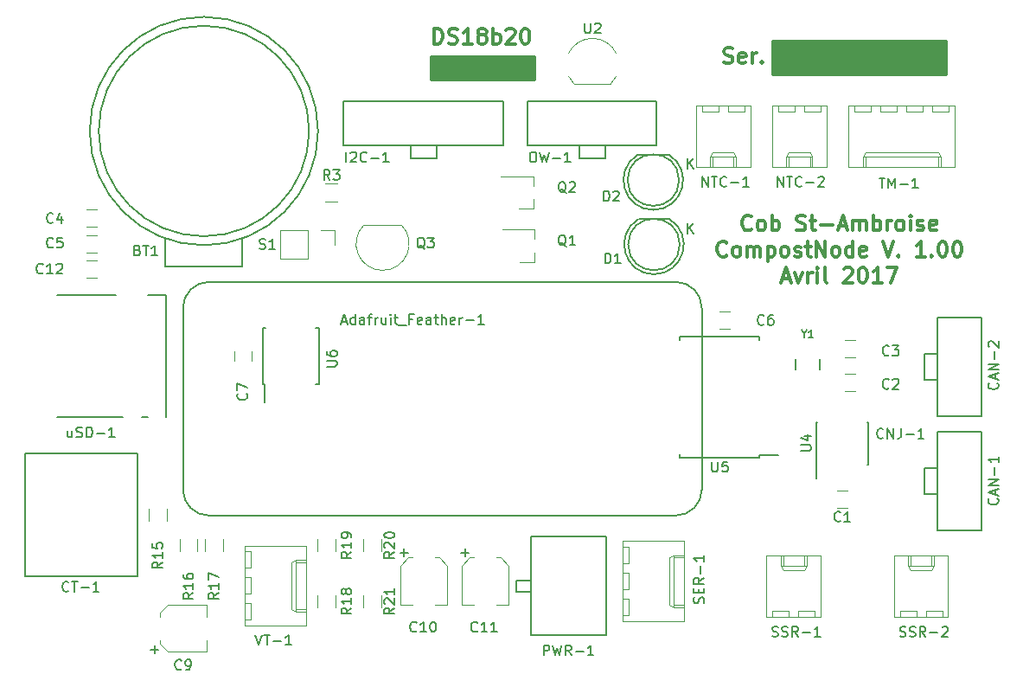
<source format=gto>
G04 #@! TF.GenerationSoftware,KiCad,Pcbnew,no-vcs-found-01f5a12~58~ubuntu16.04.1*
G04 #@! TF.CreationDate,2017-04-25T17:38:21-04:00*
G04 #@! TF.ProjectId,noeud_senseur,6E6F6575645F73656E736575722E6B69,rev?*
G04 #@! TF.FileFunction,Legend,Top*
G04 #@! TF.FilePolarity,Positive*
%FSLAX46Y46*%
G04 Gerber Fmt 4.6, Leading zero omitted, Abs format (unit mm)*
G04 Created by KiCad (PCBNEW no-vcs-found-01f5a12~58~ubuntu16.04.1) date Tue Apr 25 17:38:21 2017*
%MOMM*%
%LPD*%
G01*
G04 APERTURE LIST*
%ADD10C,0.100000*%
%ADD11C,0.300000*%
%ADD12C,0.150000*%
%ADD13C,0.120000*%
%ADD14C,0.200000*%
%ADD15C,0.254000*%
G04 APERTURE END LIST*
D10*
D11*
X158935142Y-75762142D02*
X159149428Y-75833571D01*
X159506571Y-75833571D01*
X159649428Y-75762142D01*
X159720857Y-75690714D01*
X159792285Y-75547857D01*
X159792285Y-75405000D01*
X159720857Y-75262142D01*
X159649428Y-75190714D01*
X159506571Y-75119285D01*
X159220857Y-75047857D01*
X159078000Y-74976428D01*
X159006571Y-74905000D01*
X158935142Y-74762142D01*
X158935142Y-74619285D01*
X159006571Y-74476428D01*
X159078000Y-74405000D01*
X159220857Y-74333571D01*
X159578000Y-74333571D01*
X159792285Y-74405000D01*
X161006571Y-75762142D02*
X160863714Y-75833571D01*
X160578000Y-75833571D01*
X160435142Y-75762142D01*
X160363714Y-75619285D01*
X160363714Y-75047857D01*
X160435142Y-74905000D01*
X160578000Y-74833571D01*
X160863714Y-74833571D01*
X161006571Y-74905000D01*
X161078000Y-75047857D01*
X161078000Y-75190714D01*
X160363714Y-75333571D01*
X161720857Y-75833571D02*
X161720857Y-74833571D01*
X161720857Y-75119285D02*
X161792285Y-74976428D01*
X161863714Y-74905000D01*
X162006571Y-74833571D01*
X162149428Y-74833571D01*
X162649428Y-75690714D02*
X162720857Y-75762142D01*
X162649428Y-75833571D01*
X162578000Y-75762142D01*
X162649428Y-75690714D01*
X162649428Y-75833571D01*
X130531142Y-73928571D02*
X130531142Y-72428571D01*
X130888285Y-72428571D01*
X131102571Y-72500000D01*
X131245428Y-72642857D01*
X131316857Y-72785714D01*
X131388285Y-73071428D01*
X131388285Y-73285714D01*
X131316857Y-73571428D01*
X131245428Y-73714285D01*
X131102571Y-73857142D01*
X130888285Y-73928571D01*
X130531142Y-73928571D01*
X131959714Y-73857142D02*
X132174000Y-73928571D01*
X132531142Y-73928571D01*
X132674000Y-73857142D01*
X132745428Y-73785714D01*
X132816857Y-73642857D01*
X132816857Y-73500000D01*
X132745428Y-73357142D01*
X132674000Y-73285714D01*
X132531142Y-73214285D01*
X132245428Y-73142857D01*
X132102571Y-73071428D01*
X132031142Y-73000000D01*
X131959714Y-72857142D01*
X131959714Y-72714285D01*
X132031142Y-72571428D01*
X132102571Y-72500000D01*
X132245428Y-72428571D01*
X132602571Y-72428571D01*
X132816857Y-72500000D01*
X134245428Y-73928571D02*
X133388285Y-73928571D01*
X133816857Y-73928571D02*
X133816857Y-72428571D01*
X133674000Y-72642857D01*
X133531142Y-72785714D01*
X133388285Y-72857142D01*
X135102571Y-73071428D02*
X134959714Y-73000000D01*
X134888285Y-72928571D01*
X134816857Y-72785714D01*
X134816857Y-72714285D01*
X134888285Y-72571428D01*
X134959714Y-72500000D01*
X135102571Y-72428571D01*
X135388285Y-72428571D01*
X135531142Y-72500000D01*
X135602571Y-72571428D01*
X135674000Y-72714285D01*
X135674000Y-72785714D01*
X135602571Y-72928571D01*
X135531142Y-73000000D01*
X135388285Y-73071428D01*
X135102571Y-73071428D01*
X134959714Y-73142857D01*
X134888285Y-73214285D01*
X134816857Y-73357142D01*
X134816857Y-73642857D01*
X134888285Y-73785714D01*
X134959714Y-73857142D01*
X135102571Y-73928571D01*
X135388285Y-73928571D01*
X135531142Y-73857142D01*
X135602571Y-73785714D01*
X135674000Y-73642857D01*
X135674000Y-73357142D01*
X135602571Y-73214285D01*
X135531142Y-73142857D01*
X135388285Y-73071428D01*
X136316857Y-73928571D02*
X136316857Y-72428571D01*
X136316857Y-73000000D02*
X136459714Y-72928571D01*
X136745428Y-72928571D01*
X136888285Y-73000000D01*
X136959714Y-73071428D01*
X137031142Y-73214285D01*
X137031142Y-73642857D01*
X136959714Y-73785714D01*
X136888285Y-73857142D01*
X136745428Y-73928571D01*
X136459714Y-73928571D01*
X136316857Y-73857142D01*
X137602571Y-72571428D02*
X137674000Y-72500000D01*
X137816857Y-72428571D01*
X138174000Y-72428571D01*
X138316857Y-72500000D01*
X138388285Y-72571428D01*
X138459714Y-72714285D01*
X138459714Y-72857142D01*
X138388285Y-73071428D01*
X137531142Y-73928571D01*
X138459714Y-73928571D01*
X139388285Y-72428571D02*
X139531142Y-72428571D01*
X139674000Y-72500000D01*
X139745428Y-72571428D01*
X139816857Y-72714285D01*
X139888285Y-73000000D01*
X139888285Y-73357142D01*
X139816857Y-73642857D01*
X139745428Y-73785714D01*
X139674000Y-73857142D01*
X139531142Y-73928571D01*
X139388285Y-73928571D01*
X139245428Y-73857142D01*
X139174000Y-73785714D01*
X139102571Y-73642857D01*
X139031142Y-73357142D01*
X139031142Y-73000000D01*
X139102571Y-72714285D01*
X139174000Y-72571428D01*
X139245428Y-72500000D01*
X139388285Y-72428571D01*
X161618857Y-92063714D02*
X161547428Y-92135142D01*
X161333142Y-92206571D01*
X161190285Y-92206571D01*
X160976000Y-92135142D01*
X160833142Y-91992285D01*
X160761714Y-91849428D01*
X160690285Y-91563714D01*
X160690285Y-91349428D01*
X160761714Y-91063714D01*
X160833142Y-90920857D01*
X160976000Y-90778000D01*
X161190285Y-90706571D01*
X161333142Y-90706571D01*
X161547428Y-90778000D01*
X161618857Y-90849428D01*
X162476000Y-92206571D02*
X162333142Y-92135142D01*
X162261714Y-92063714D01*
X162190285Y-91920857D01*
X162190285Y-91492285D01*
X162261714Y-91349428D01*
X162333142Y-91278000D01*
X162476000Y-91206571D01*
X162690285Y-91206571D01*
X162833142Y-91278000D01*
X162904571Y-91349428D01*
X162976000Y-91492285D01*
X162976000Y-91920857D01*
X162904571Y-92063714D01*
X162833142Y-92135142D01*
X162690285Y-92206571D01*
X162476000Y-92206571D01*
X163618857Y-92206571D02*
X163618857Y-90706571D01*
X163618857Y-91278000D02*
X163761714Y-91206571D01*
X164047428Y-91206571D01*
X164190285Y-91278000D01*
X164261714Y-91349428D01*
X164333142Y-91492285D01*
X164333142Y-91920857D01*
X164261714Y-92063714D01*
X164190285Y-92135142D01*
X164047428Y-92206571D01*
X163761714Y-92206571D01*
X163618857Y-92135142D01*
X166047428Y-92135142D02*
X166261714Y-92206571D01*
X166618857Y-92206571D01*
X166761714Y-92135142D01*
X166833142Y-92063714D01*
X166904571Y-91920857D01*
X166904571Y-91778000D01*
X166833142Y-91635142D01*
X166761714Y-91563714D01*
X166618857Y-91492285D01*
X166333142Y-91420857D01*
X166190285Y-91349428D01*
X166118857Y-91278000D01*
X166047428Y-91135142D01*
X166047428Y-90992285D01*
X166118857Y-90849428D01*
X166190285Y-90778000D01*
X166333142Y-90706571D01*
X166690285Y-90706571D01*
X166904571Y-90778000D01*
X167333142Y-91206571D02*
X167904571Y-91206571D01*
X167547428Y-90706571D02*
X167547428Y-91992285D01*
X167618857Y-92135142D01*
X167761714Y-92206571D01*
X167904571Y-92206571D01*
X168404571Y-91635142D02*
X169547428Y-91635142D01*
X170190285Y-91778000D02*
X170904571Y-91778000D01*
X170047428Y-92206571D02*
X170547428Y-90706571D01*
X171047428Y-92206571D01*
X171547428Y-92206571D02*
X171547428Y-91206571D01*
X171547428Y-91349428D02*
X171618857Y-91278000D01*
X171761714Y-91206571D01*
X171976000Y-91206571D01*
X172118857Y-91278000D01*
X172190285Y-91420857D01*
X172190285Y-92206571D01*
X172190285Y-91420857D02*
X172261714Y-91278000D01*
X172404571Y-91206571D01*
X172618857Y-91206571D01*
X172761714Y-91278000D01*
X172833142Y-91420857D01*
X172833142Y-92206571D01*
X173547428Y-92206571D02*
X173547428Y-90706571D01*
X173547428Y-91278000D02*
X173690285Y-91206571D01*
X173976000Y-91206571D01*
X174118857Y-91278000D01*
X174190285Y-91349428D01*
X174261714Y-91492285D01*
X174261714Y-91920857D01*
X174190285Y-92063714D01*
X174118857Y-92135142D01*
X173976000Y-92206571D01*
X173690285Y-92206571D01*
X173547428Y-92135142D01*
X174904571Y-92206571D02*
X174904571Y-91206571D01*
X174904571Y-91492285D02*
X174976000Y-91349428D01*
X175047428Y-91278000D01*
X175190285Y-91206571D01*
X175333142Y-91206571D01*
X176047428Y-92206571D02*
X175904571Y-92135142D01*
X175833142Y-92063714D01*
X175761714Y-91920857D01*
X175761714Y-91492285D01*
X175833142Y-91349428D01*
X175904571Y-91278000D01*
X176047428Y-91206571D01*
X176261714Y-91206571D01*
X176404571Y-91278000D01*
X176476000Y-91349428D01*
X176547428Y-91492285D01*
X176547428Y-91920857D01*
X176476000Y-92063714D01*
X176404571Y-92135142D01*
X176261714Y-92206571D01*
X176047428Y-92206571D01*
X177190285Y-92206571D02*
X177190285Y-91206571D01*
X177190285Y-90706571D02*
X177118857Y-90778000D01*
X177190285Y-90849428D01*
X177261714Y-90778000D01*
X177190285Y-90706571D01*
X177190285Y-90849428D01*
X177833142Y-92135142D02*
X177976000Y-92206571D01*
X178261714Y-92206571D01*
X178404571Y-92135142D01*
X178476000Y-91992285D01*
X178476000Y-91920857D01*
X178404571Y-91778000D01*
X178261714Y-91706571D01*
X178047428Y-91706571D01*
X177904571Y-91635142D01*
X177833142Y-91492285D01*
X177833142Y-91420857D01*
X177904571Y-91278000D01*
X178047428Y-91206571D01*
X178261714Y-91206571D01*
X178404571Y-91278000D01*
X179690285Y-92135142D02*
X179547428Y-92206571D01*
X179261714Y-92206571D01*
X179118857Y-92135142D01*
X179047428Y-91992285D01*
X179047428Y-91420857D01*
X179118857Y-91278000D01*
X179261714Y-91206571D01*
X179547428Y-91206571D01*
X179690285Y-91278000D01*
X179761714Y-91420857D01*
X179761714Y-91563714D01*
X179047428Y-91706571D01*
X159190285Y-94613714D02*
X159118857Y-94685142D01*
X158904571Y-94756571D01*
X158761714Y-94756571D01*
X158547428Y-94685142D01*
X158404571Y-94542285D01*
X158333142Y-94399428D01*
X158261714Y-94113714D01*
X158261714Y-93899428D01*
X158333142Y-93613714D01*
X158404571Y-93470857D01*
X158547428Y-93328000D01*
X158761714Y-93256571D01*
X158904571Y-93256571D01*
X159118857Y-93328000D01*
X159190285Y-93399428D01*
X160047428Y-94756571D02*
X159904571Y-94685142D01*
X159833142Y-94613714D01*
X159761714Y-94470857D01*
X159761714Y-94042285D01*
X159833142Y-93899428D01*
X159904571Y-93828000D01*
X160047428Y-93756571D01*
X160261714Y-93756571D01*
X160404571Y-93828000D01*
X160476000Y-93899428D01*
X160547428Y-94042285D01*
X160547428Y-94470857D01*
X160476000Y-94613714D01*
X160404571Y-94685142D01*
X160261714Y-94756571D01*
X160047428Y-94756571D01*
X161190285Y-94756571D02*
X161190285Y-93756571D01*
X161190285Y-93899428D02*
X161261714Y-93828000D01*
X161404571Y-93756571D01*
X161618857Y-93756571D01*
X161761714Y-93828000D01*
X161833142Y-93970857D01*
X161833142Y-94756571D01*
X161833142Y-93970857D02*
X161904571Y-93828000D01*
X162047428Y-93756571D01*
X162261714Y-93756571D01*
X162404571Y-93828000D01*
X162476000Y-93970857D01*
X162476000Y-94756571D01*
X163190285Y-93756571D02*
X163190285Y-95256571D01*
X163190285Y-93828000D02*
X163333142Y-93756571D01*
X163618857Y-93756571D01*
X163761714Y-93828000D01*
X163833142Y-93899428D01*
X163904571Y-94042285D01*
X163904571Y-94470857D01*
X163833142Y-94613714D01*
X163761714Y-94685142D01*
X163618857Y-94756571D01*
X163333142Y-94756571D01*
X163190285Y-94685142D01*
X164761714Y-94756571D02*
X164618857Y-94685142D01*
X164547428Y-94613714D01*
X164476000Y-94470857D01*
X164476000Y-94042285D01*
X164547428Y-93899428D01*
X164618857Y-93828000D01*
X164761714Y-93756571D01*
X164976000Y-93756571D01*
X165118857Y-93828000D01*
X165190285Y-93899428D01*
X165261714Y-94042285D01*
X165261714Y-94470857D01*
X165190285Y-94613714D01*
X165118857Y-94685142D01*
X164976000Y-94756571D01*
X164761714Y-94756571D01*
X165833142Y-94685142D02*
X165976000Y-94756571D01*
X166261714Y-94756571D01*
X166404571Y-94685142D01*
X166476000Y-94542285D01*
X166476000Y-94470857D01*
X166404571Y-94328000D01*
X166261714Y-94256571D01*
X166047428Y-94256571D01*
X165904571Y-94185142D01*
X165833142Y-94042285D01*
X165833142Y-93970857D01*
X165904571Y-93828000D01*
X166047428Y-93756571D01*
X166261714Y-93756571D01*
X166404571Y-93828000D01*
X166904571Y-93756571D02*
X167476000Y-93756571D01*
X167118857Y-93256571D02*
X167118857Y-94542285D01*
X167190285Y-94685142D01*
X167333142Y-94756571D01*
X167476000Y-94756571D01*
X167976000Y-94756571D02*
X167976000Y-93256571D01*
X168833142Y-94756571D01*
X168833142Y-93256571D01*
X169761714Y-94756571D02*
X169618857Y-94685142D01*
X169547428Y-94613714D01*
X169476000Y-94470857D01*
X169476000Y-94042285D01*
X169547428Y-93899428D01*
X169618857Y-93828000D01*
X169761714Y-93756571D01*
X169976000Y-93756571D01*
X170118857Y-93828000D01*
X170190285Y-93899428D01*
X170261714Y-94042285D01*
X170261714Y-94470857D01*
X170190285Y-94613714D01*
X170118857Y-94685142D01*
X169976000Y-94756571D01*
X169761714Y-94756571D01*
X171547428Y-94756571D02*
X171547428Y-93256571D01*
X171547428Y-94685142D02*
X171404571Y-94756571D01*
X171118857Y-94756571D01*
X170976000Y-94685142D01*
X170904571Y-94613714D01*
X170833142Y-94470857D01*
X170833142Y-94042285D01*
X170904571Y-93899428D01*
X170976000Y-93828000D01*
X171118857Y-93756571D01*
X171404571Y-93756571D01*
X171547428Y-93828000D01*
X172833142Y-94685142D02*
X172690285Y-94756571D01*
X172404571Y-94756571D01*
X172261714Y-94685142D01*
X172190285Y-94542285D01*
X172190285Y-93970857D01*
X172261714Y-93828000D01*
X172404571Y-93756571D01*
X172690285Y-93756571D01*
X172833142Y-93828000D01*
X172904571Y-93970857D01*
X172904571Y-94113714D01*
X172190285Y-94256571D01*
X174476000Y-93256571D02*
X174976000Y-94756571D01*
X175476000Y-93256571D01*
X175976000Y-94613714D02*
X176047428Y-94685142D01*
X175976000Y-94756571D01*
X175904571Y-94685142D01*
X175976000Y-94613714D01*
X175976000Y-94756571D01*
X178618857Y-94756571D02*
X177761714Y-94756571D01*
X178190285Y-94756571D02*
X178190285Y-93256571D01*
X178047428Y-93470857D01*
X177904571Y-93613714D01*
X177761714Y-93685142D01*
X179261714Y-94613714D02*
X179333142Y-94685142D01*
X179261714Y-94756571D01*
X179190285Y-94685142D01*
X179261714Y-94613714D01*
X179261714Y-94756571D01*
X180261714Y-93256571D02*
X180404571Y-93256571D01*
X180547428Y-93328000D01*
X180618857Y-93399428D01*
X180690285Y-93542285D01*
X180761714Y-93828000D01*
X180761714Y-94185142D01*
X180690285Y-94470857D01*
X180618857Y-94613714D01*
X180547428Y-94685142D01*
X180404571Y-94756571D01*
X180261714Y-94756571D01*
X180118857Y-94685142D01*
X180047428Y-94613714D01*
X179976000Y-94470857D01*
X179904571Y-94185142D01*
X179904571Y-93828000D01*
X179976000Y-93542285D01*
X180047428Y-93399428D01*
X180118857Y-93328000D01*
X180261714Y-93256571D01*
X181690285Y-93256571D02*
X181833142Y-93256571D01*
X181976000Y-93328000D01*
X182047428Y-93399428D01*
X182118857Y-93542285D01*
X182190285Y-93828000D01*
X182190285Y-94185142D01*
X182118857Y-94470857D01*
X182047428Y-94613714D01*
X181976000Y-94685142D01*
X181833142Y-94756571D01*
X181690285Y-94756571D01*
X181547428Y-94685142D01*
X181476000Y-94613714D01*
X181404571Y-94470857D01*
X181333142Y-94185142D01*
X181333142Y-93828000D01*
X181404571Y-93542285D01*
X181476000Y-93399428D01*
X181547428Y-93328000D01*
X181690285Y-93256571D01*
X164654571Y-96878000D02*
X165368857Y-96878000D01*
X164511714Y-97306571D02*
X165011714Y-95806571D01*
X165511714Y-97306571D01*
X165868857Y-96306571D02*
X166226000Y-97306571D01*
X166583142Y-96306571D01*
X167154571Y-97306571D02*
X167154571Y-96306571D01*
X167154571Y-96592285D02*
X167226000Y-96449428D01*
X167297428Y-96378000D01*
X167440285Y-96306571D01*
X167583142Y-96306571D01*
X168083142Y-97306571D02*
X168083142Y-96306571D01*
X168083142Y-95806571D02*
X168011714Y-95878000D01*
X168083142Y-95949428D01*
X168154571Y-95878000D01*
X168083142Y-95806571D01*
X168083142Y-95949428D01*
X169011714Y-97306571D02*
X168868857Y-97235142D01*
X168797428Y-97092285D01*
X168797428Y-95806571D01*
X170654571Y-95949428D02*
X170726000Y-95878000D01*
X170868857Y-95806571D01*
X171226000Y-95806571D01*
X171368857Y-95878000D01*
X171440285Y-95949428D01*
X171511714Y-96092285D01*
X171511714Y-96235142D01*
X171440285Y-96449428D01*
X170583142Y-97306571D01*
X171511714Y-97306571D01*
X172440285Y-95806571D02*
X172583142Y-95806571D01*
X172726000Y-95878000D01*
X172797428Y-95949428D01*
X172868857Y-96092285D01*
X172940285Y-96378000D01*
X172940285Y-96735142D01*
X172868857Y-97020857D01*
X172797428Y-97163714D01*
X172726000Y-97235142D01*
X172583142Y-97306571D01*
X172440285Y-97306571D01*
X172297428Y-97235142D01*
X172226000Y-97163714D01*
X172154571Y-97020857D01*
X172083142Y-96735142D01*
X172083142Y-96378000D01*
X172154571Y-96092285D01*
X172226000Y-95949428D01*
X172297428Y-95878000D01*
X172440285Y-95806571D01*
X174368857Y-97306571D02*
X173511714Y-97306571D01*
X173940285Y-97306571D02*
X173940285Y-95806571D01*
X173797428Y-96020857D01*
X173654571Y-96163714D01*
X173511714Y-96235142D01*
X174868857Y-95806571D02*
X175868857Y-95806571D01*
X175226000Y-97306571D01*
D12*
X130768600Y-83904999D02*
X130768600Y-83904999D01*
X130768600Y-85098799D02*
X130768600Y-83904999D01*
X128228600Y-85098799D02*
X130768600Y-85098799D01*
X128228600Y-83904999D02*
X128228600Y-85098799D01*
X129498600Y-83904999D02*
X128228600Y-83904999D01*
X121675400Y-79536200D02*
X121675400Y-79536200D01*
X121675400Y-83904999D02*
X121675400Y-79536200D01*
X137321800Y-83904999D02*
X121675400Y-83904999D01*
X137321800Y-79536200D02*
X137321800Y-83904999D01*
X121675400Y-79536200D02*
X137321800Y-79536200D01*
X147270000Y-83904999D02*
X147270000Y-83904999D01*
X147270000Y-85098799D02*
X147270000Y-83904999D01*
X144730000Y-85098799D02*
X147270000Y-85098799D01*
X144730000Y-83904999D02*
X144730000Y-85098799D01*
X139675400Y-79536200D02*
X139675400Y-79536200D01*
X139675400Y-83904999D02*
X139675400Y-79536200D01*
X152324600Y-83904999D02*
X139675400Y-83904999D01*
X152324600Y-79536200D02*
X152324600Y-83904999D01*
X139675400Y-79536200D02*
X152324600Y-79536200D01*
X179776400Y-106778000D02*
X179776400Y-106778000D01*
X178582600Y-106778000D02*
X179776400Y-106778000D01*
X178582600Y-105508000D02*
X178582600Y-106778000D01*
X178582600Y-104238000D02*
X178582600Y-105508000D01*
X179776400Y-104238000D02*
X178582600Y-104238000D01*
X184145199Y-100682000D02*
X184145199Y-100682000D01*
X179776400Y-100682000D02*
X184145199Y-100682000D01*
X179776400Y-110334000D02*
X179776400Y-100682000D01*
X184145199Y-110334000D02*
X179776400Y-110334000D01*
X184145199Y-110334000D02*
X184145199Y-110334000D01*
X184145199Y-110334000D02*
X184145199Y-110334000D01*
X184145199Y-100682000D02*
X184145199Y-110334000D01*
X179776400Y-117954000D02*
X179776400Y-117954000D01*
X178582600Y-117954000D02*
X179776400Y-117954000D01*
X178582600Y-116684000D02*
X178582600Y-117954000D01*
X178582600Y-115414000D02*
X178582600Y-116684000D01*
X179776400Y-115414000D02*
X178582600Y-115414000D01*
X184145199Y-111858000D02*
X184145199Y-111858000D01*
X179776400Y-111858000D02*
X184145199Y-111858000D01*
X179776400Y-121510000D02*
X179776400Y-111858000D01*
X184145199Y-121510000D02*
X179776400Y-121510000D01*
X184145199Y-121510000D02*
X184145199Y-121510000D01*
X184145199Y-121510000D02*
X184145199Y-121510000D01*
X184145199Y-111858000D02*
X184145199Y-121510000D01*
X140000000Y-126428500D02*
X140000000Y-126428500D01*
X138603000Y-126428500D02*
X140000000Y-126428500D01*
X138603000Y-127571500D02*
X138603000Y-126428500D01*
X140000000Y-127571500D02*
X138603000Y-127571500D01*
X147365999Y-122174000D02*
X140000000Y-122174000D01*
X140000000Y-122174000D02*
X140000000Y-131826000D01*
X140000000Y-131826000D02*
X147365999Y-131826000D01*
X147365999Y-131826000D02*
X147365999Y-122174000D01*
X147365999Y-122174000D02*
X147365999Y-122174000D01*
X101500000Y-126000000D02*
X101500000Y-114000000D01*
X95000000Y-114000000D02*
X101500000Y-114000000D01*
X95000000Y-114000000D02*
X90500000Y-114000000D01*
X90500000Y-114000000D02*
X90500000Y-126000000D01*
X90500000Y-126000000D02*
X101500000Y-126000000D01*
X113950000Y-107250000D02*
X113950000Y-109000000D01*
X119255000Y-107250000D02*
X119255000Y-101750000D01*
X113745000Y-107250000D02*
X113745000Y-101750000D01*
X119255000Y-107250000D02*
X118955000Y-107250000D01*
X119255000Y-101750000D02*
X118955000Y-101750000D01*
X113745000Y-101750000D02*
X114045000Y-101750000D01*
X113745000Y-107250000D02*
X113950000Y-107250000D01*
D13*
X97500000Y-92650000D02*
X96500000Y-92650000D01*
X96500000Y-94350000D02*
X97500000Y-94350000D01*
D12*
X93600000Y-98525000D02*
X99400000Y-98525000D01*
X104300000Y-98525000D02*
X102500000Y-98525000D01*
X104300000Y-110475000D02*
X104300000Y-98525000D01*
X102500000Y-110475000D02*
X101900000Y-110475000D01*
X93600000Y-110475000D02*
X100100000Y-110475000D01*
D13*
X133230000Y-124980000D02*
X133990000Y-124210000D01*
X133230000Y-124980000D02*
X133230000Y-128790000D01*
X137800000Y-124980000D02*
X137040000Y-124210000D01*
X137800000Y-124980000D02*
X137800000Y-128790000D01*
X137040000Y-124210000D02*
X136630000Y-124210000D01*
X133990000Y-124210000D02*
X134400000Y-124210000D01*
X133230000Y-128790000D02*
X134400000Y-128790000D01*
X137800000Y-128790000D02*
X136630000Y-128790000D01*
X171000000Y-117650000D02*
X170000000Y-117650000D01*
X170000000Y-119350000D02*
X171000000Y-119350000D01*
X171742000Y-106182000D02*
X170742000Y-106182000D01*
X170742000Y-107882000D02*
X171742000Y-107882000D01*
X170742000Y-104580000D02*
X171742000Y-104580000D01*
X171742000Y-102880000D02*
X170742000Y-102880000D01*
X96500000Y-91850000D02*
X97500000Y-91850000D01*
X97500000Y-90150000D02*
X96500000Y-90150000D01*
X159500000Y-100150000D02*
X158500000Y-100150000D01*
X158500000Y-101850000D02*
X159500000Y-101850000D01*
X112656000Y-104992000D02*
X112656000Y-103992000D01*
X110956000Y-103992000D02*
X110956000Y-104992000D01*
D12*
X150540096Y-91085112D02*
G75*
G03X153565000Y-91070000I1524904J-2484888D01*
G01*
X150565000Y-91070000D02*
X153565000Y-91070000D01*
X154582936Y-93570000D02*
G75*
G03X154582936Y-93570000I-2517936J0D01*
G01*
X154517936Y-87270000D02*
G75*
G03X154517936Y-87270000I-2517936J0D01*
G01*
X150500000Y-84770000D02*
X153500000Y-84770000D01*
X150475096Y-84785112D02*
G75*
G03X153500000Y-84770000I1524904J-2484888D01*
G01*
D13*
X123661522Y-91661522D02*
G75*
G03X125500000Y-96100000I1838478J-1838478D01*
G01*
X127338478Y-91661522D02*
G75*
G02X125500000Y-96100000I-1838478J-1838478D01*
G01*
X127300000Y-91650000D02*
X123700000Y-91650000D01*
X119900000Y-87620000D02*
X121100000Y-87620000D01*
X121100000Y-89380000D02*
X119900000Y-89380000D01*
X104380000Y-119400000D02*
X104380000Y-120600000D01*
X102620000Y-120600000D02*
X102620000Y-119400000D01*
X107380000Y-122400000D02*
X107380000Y-123600000D01*
X105620000Y-123600000D02*
X105620000Y-122400000D01*
X109880000Y-122400000D02*
X109880000Y-123600000D01*
X108120000Y-123600000D02*
X108120000Y-122400000D01*
X120880000Y-127900000D02*
X120880000Y-129100000D01*
X119120000Y-129100000D02*
X119120000Y-127900000D01*
X120880000Y-122400000D02*
X120880000Y-123600000D01*
X119120000Y-123600000D02*
X119120000Y-122400000D01*
X123620000Y-123600000D02*
X123620000Y-122400000D01*
X125380000Y-122400000D02*
X125380000Y-123600000D01*
X125380000Y-127900000D02*
X125380000Y-129100000D01*
X123620000Y-129100000D02*
X123620000Y-127900000D01*
X118156000Y-92180000D02*
X115496000Y-92180000D01*
X115496000Y-92180000D02*
X115496000Y-94960000D01*
X115496000Y-94960000D02*
X118156000Y-94960000D01*
X118156000Y-94960000D02*
X118156000Y-92180000D01*
X119426000Y-92180000D02*
X120816000Y-92180000D01*
X120816000Y-92180000D02*
X120816000Y-93570000D01*
D12*
X105950000Y-117550000D02*
X105950000Y-99770000D01*
X154210000Y-120090000D02*
X108490000Y-120090000D01*
X156750000Y-99770000D02*
X156750000Y-117550000D01*
X108490000Y-97230000D02*
X154210000Y-97230000D01*
X105950000Y-117550000D02*
G75*
G03X108490000Y-120090000I2540000J0D01*
G01*
X108490000Y-97230000D02*
G75*
G03X105950000Y-99770000I0J-2540000D01*
G01*
X154210000Y-120090000D02*
G75*
G03X156750000Y-117550000I0J2540000D01*
G01*
X156750000Y-99770000D02*
G75*
G03X154210000Y-97230000I-2540000J0D01*
G01*
X167925000Y-115075000D02*
X167975000Y-115075000D01*
X167925000Y-110925000D02*
X168070000Y-110925000D01*
X173075000Y-110925000D02*
X172930000Y-110925000D01*
X173075000Y-115075000D02*
X172930000Y-115075000D01*
X167925000Y-115075000D02*
X167925000Y-110925000D01*
X173075000Y-115075000D02*
X173075000Y-110925000D01*
X167975000Y-115075000D02*
X167975000Y-116475000D01*
X162375000Y-114450000D02*
X162375000Y-114200000D01*
X154625000Y-114450000D02*
X154625000Y-114105000D01*
X154625000Y-102550000D02*
X154625000Y-102895000D01*
X162375000Y-102550000D02*
X162375000Y-102895000D01*
X162375000Y-114450000D02*
X154625000Y-114450000D01*
X162375000Y-102550000D02*
X154625000Y-102550000D01*
X162375000Y-114200000D02*
X164200000Y-114200000D01*
D14*
X168314500Y-104817500D02*
X168314500Y-105817500D01*
X165914500Y-105817500D02*
X165914500Y-104817500D01*
D12*
X119175000Y-82465000D02*
G75*
G03X119175000Y-82465000I-11175000J0D01*
G01*
X118300000Y-82465000D02*
G75*
G03X118300000Y-82465000I-10300000J0D01*
G01*
X111750000Y-95689999D02*
X104250000Y-95689999D01*
X104250000Y-95689999D02*
X104250000Y-93640000D01*
X104250000Y-93640000D02*
X104250000Y-93640000D01*
X111750000Y-95689999D02*
X111750000Y-93640000D01*
X111750000Y-93640000D02*
X111750000Y-93640000D01*
X111750000Y-93640000D02*
X111750000Y-93640000D01*
X111750000Y-93640000D02*
X111750000Y-92990000D01*
X104250000Y-93640000D02*
X104250000Y-92990000D01*
D13*
X160920000Y-80600000D02*
X160920000Y-79980000D01*
X159320000Y-80600000D02*
X160920000Y-80600000D01*
X159320000Y-79980000D02*
X159320000Y-80600000D01*
X158380000Y-80600000D02*
X158380000Y-79980000D01*
X156780000Y-80600000D02*
X158380000Y-80600000D01*
X156780000Y-79980000D02*
X156780000Y-80600000D01*
X159870000Y-85980000D02*
X159870000Y-84980000D01*
X157830000Y-85980000D02*
X157830000Y-84980000D01*
X159870000Y-84550000D02*
X160120000Y-84980000D01*
X157830000Y-84550000D02*
X159870000Y-84550000D01*
X157580000Y-84980000D02*
X157830000Y-84550000D01*
X160120000Y-84980000D02*
X160120000Y-85980000D01*
X157580000Y-84980000D02*
X160120000Y-84980000D01*
X157580000Y-85980000D02*
X157580000Y-84980000D01*
X161490000Y-79980000D02*
X156210000Y-79980000D01*
X161490000Y-85980000D02*
X161490000Y-79980000D01*
X156210000Y-85980000D02*
X161490000Y-85980000D01*
X156210000Y-79980000D02*
X156210000Y-85980000D01*
X168370000Y-130020000D02*
X168370000Y-124020000D01*
X168370000Y-124020000D02*
X163090000Y-124020000D01*
X163090000Y-124020000D02*
X163090000Y-130020000D01*
X163090000Y-130020000D02*
X168370000Y-130020000D01*
X167000000Y-124020000D02*
X167000000Y-125020000D01*
X167000000Y-125020000D02*
X164460000Y-125020000D01*
X164460000Y-125020000D02*
X164460000Y-124020000D01*
X167000000Y-125020000D02*
X166750000Y-125450000D01*
X166750000Y-125450000D02*
X164710000Y-125450000D01*
X164710000Y-125450000D02*
X164460000Y-125020000D01*
X166750000Y-124020000D02*
X166750000Y-125020000D01*
X164710000Y-124020000D02*
X164710000Y-125020000D01*
X167800000Y-130020000D02*
X167800000Y-129400000D01*
X167800000Y-129400000D02*
X166200000Y-129400000D01*
X166200000Y-129400000D02*
X166200000Y-130020000D01*
X165260000Y-130020000D02*
X165260000Y-129400000D01*
X165260000Y-129400000D02*
X163660000Y-129400000D01*
X163660000Y-129400000D02*
X163660000Y-130020000D01*
X180870000Y-130020000D02*
X180870000Y-124020000D01*
X180870000Y-124020000D02*
X175590000Y-124020000D01*
X175590000Y-124020000D02*
X175590000Y-130020000D01*
X175590000Y-130020000D02*
X180870000Y-130020000D01*
X179500000Y-124020000D02*
X179500000Y-125020000D01*
X179500000Y-125020000D02*
X176960000Y-125020000D01*
X176960000Y-125020000D02*
X176960000Y-124020000D01*
X179500000Y-125020000D02*
X179250000Y-125450000D01*
X179250000Y-125450000D02*
X177210000Y-125450000D01*
X177210000Y-125450000D02*
X176960000Y-125020000D01*
X179250000Y-124020000D02*
X179250000Y-125020000D01*
X177210000Y-124020000D02*
X177210000Y-125020000D01*
X180300000Y-130020000D02*
X180300000Y-129400000D01*
X180300000Y-129400000D02*
X178700000Y-129400000D01*
X178700000Y-129400000D02*
X178700000Y-130020000D01*
X177760000Y-130020000D02*
X177760000Y-129400000D01*
X177760000Y-129400000D02*
X176160000Y-129400000D01*
X176160000Y-129400000D02*
X176160000Y-130020000D01*
X163670000Y-79980000D02*
X163670000Y-85980000D01*
X163670000Y-85980000D02*
X168950000Y-85980000D01*
X168950000Y-85980000D02*
X168950000Y-79980000D01*
X168950000Y-79980000D02*
X163670000Y-79980000D01*
X165040000Y-85980000D02*
X165040000Y-84980000D01*
X165040000Y-84980000D02*
X167580000Y-84980000D01*
X167580000Y-84980000D02*
X167580000Y-85980000D01*
X165040000Y-84980000D02*
X165290000Y-84550000D01*
X165290000Y-84550000D02*
X167330000Y-84550000D01*
X167330000Y-84550000D02*
X167580000Y-84980000D01*
X165290000Y-85980000D02*
X165290000Y-84980000D01*
X167330000Y-85980000D02*
X167330000Y-84980000D01*
X164240000Y-79980000D02*
X164240000Y-80600000D01*
X164240000Y-80600000D02*
X165840000Y-80600000D01*
X165840000Y-80600000D02*
X165840000Y-79980000D01*
X166780000Y-79980000D02*
X166780000Y-80600000D01*
X166780000Y-80600000D02*
X168380000Y-80600000D01*
X168380000Y-80600000D02*
X168380000Y-79980000D01*
X97500000Y-95150000D02*
X96500000Y-95150000D01*
X96500000Y-96850000D02*
X97500000Y-96850000D01*
X148364184Y-77122795D02*
G75*
G02X147840000Y-77850000I-2324184J1122795D01*
G01*
X148396400Y-74901193D02*
G75*
G03X146040000Y-73400000I-2356400J-1098807D01*
G01*
X143683600Y-74901193D02*
G75*
G02X146040000Y-73400000I2356400J-1098807D01*
G01*
X143715816Y-77122795D02*
G75*
G03X144240000Y-77850000I2324184J1122795D01*
G01*
X144240000Y-77850000D02*
X147840000Y-77850000D01*
X180920000Y-80600000D02*
X180920000Y-79980000D01*
X179320000Y-80600000D02*
X180920000Y-80600000D01*
X179320000Y-79980000D02*
X179320000Y-80600000D01*
X178380000Y-80600000D02*
X178380000Y-79980000D01*
X176780000Y-80600000D02*
X178380000Y-80600000D01*
X176780000Y-79980000D02*
X176780000Y-80600000D01*
X175840000Y-80600000D02*
X175840000Y-79980000D01*
X174240000Y-80600000D02*
X175840000Y-80600000D01*
X174240000Y-79980000D02*
X174240000Y-80600000D01*
X173300000Y-80600000D02*
X173300000Y-79980000D01*
X171700000Y-80600000D02*
X173300000Y-80600000D01*
X171700000Y-79980000D02*
X171700000Y-80600000D01*
X179870000Y-85980000D02*
X179870000Y-84980000D01*
X172750000Y-85980000D02*
X172750000Y-84980000D01*
X179870000Y-84550000D02*
X180120000Y-84980000D01*
X172750000Y-84550000D02*
X179870000Y-84550000D01*
X172500000Y-84980000D02*
X172750000Y-84550000D01*
X180120000Y-84980000D02*
X180120000Y-85980000D01*
X172500000Y-84980000D02*
X180120000Y-84980000D01*
X172500000Y-85980000D02*
X172500000Y-84980000D01*
X181490000Y-79980000D02*
X171130000Y-79980000D01*
X181490000Y-85980000D02*
X181490000Y-79980000D01*
X171130000Y-85980000D02*
X181490000Y-85980000D01*
X171130000Y-79980000D02*
X171130000Y-85980000D01*
X104444000Y-133432000D02*
X103674000Y-132672000D01*
X104444000Y-133432000D02*
X108254000Y-133432000D01*
X104444000Y-128862000D02*
X103674000Y-129622000D01*
X104444000Y-128862000D02*
X108254000Y-128862000D01*
X103674000Y-129622000D02*
X103674000Y-130032000D01*
X103674000Y-132672000D02*
X103674000Y-132262000D01*
X108254000Y-133432000D02*
X108254000Y-132262000D01*
X108254000Y-128862000D02*
X108254000Y-130032000D01*
X131800000Y-128790000D02*
X130630000Y-128790000D01*
X127230000Y-128790000D02*
X128400000Y-128790000D01*
X127990000Y-124210000D02*
X128400000Y-124210000D01*
X131040000Y-124210000D02*
X130630000Y-124210000D01*
X131800000Y-124980000D02*
X131800000Y-128790000D01*
X131800000Y-124980000D02*
X131040000Y-124210000D01*
X127230000Y-124980000D02*
X127230000Y-128790000D01*
X127230000Y-124980000D02*
X127990000Y-124210000D01*
X111980000Y-130870000D02*
X117980000Y-130870000D01*
X117980000Y-130870000D02*
X117980000Y-123050000D01*
X117980000Y-123050000D02*
X111980000Y-123050000D01*
X111980000Y-123050000D02*
X111980000Y-130870000D01*
X117980000Y-129500000D02*
X116980000Y-129500000D01*
X116980000Y-129500000D02*
X116980000Y-124420000D01*
X116980000Y-124420000D02*
X117980000Y-124420000D01*
X116980000Y-129500000D02*
X116550000Y-129250000D01*
X116550000Y-129250000D02*
X116550000Y-124670000D01*
X116550000Y-124670000D02*
X116980000Y-124420000D01*
X117980000Y-129250000D02*
X116980000Y-129250000D01*
X117980000Y-124670000D02*
X116980000Y-124670000D01*
X111980000Y-130300000D02*
X112600000Y-130300000D01*
X112600000Y-130300000D02*
X112600000Y-128700000D01*
X112600000Y-128700000D02*
X111980000Y-128700000D01*
X111980000Y-127760000D02*
X112600000Y-127760000D01*
X112600000Y-127760000D02*
X112600000Y-126160000D01*
X112600000Y-126160000D02*
X111980000Y-126160000D01*
X111980000Y-125220000D02*
X112600000Y-125220000D01*
X112600000Y-125220000D02*
X112600000Y-123620000D01*
X112600000Y-123620000D02*
X111980000Y-123620000D01*
X140379000Y-95277000D02*
X140379000Y-94347000D01*
X140379000Y-92117000D02*
X140379000Y-93047000D01*
X140379000Y-92117000D02*
X137219000Y-92117000D01*
X140379000Y-95277000D02*
X138919000Y-95277000D01*
X140260000Y-90080000D02*
X138800000Y-90080000D01*
X140260000Y-86920000D02*
X137100000Y-86920000D01*
X140260000Y-86920000D02*
X140260000Y-87850000D01*
X140260000Y-90080000D02*
X140260000Y-89150000D01*
X149600000Y-123160000D02*
X148980000Y-123160000D01*
X149600000Y-124760000D02*
X149600000Y-123160000D01*
X148980000Y-124760000D02*
X149600000Y-124760000D01*
X149600000Y-125700000D02*
X148980000Y-125700000D01*
X149600000Y-127300000D02*
X149600000Y-125700000D01*
X148980000Y-127300000D02*
X149600000Y-127300000D01*
X149600000Y-128240000D02*
X148980000Y-128240000D01*
X149600000Y-129840000D02*
X149600000Y-128240000D01*
X148980000Y-129840000D02*
X149600000Y-129840000D01*
X154980000Y-124210000D02*
X153980000Y-124210000D01*
X154980000Y-128790000D02*
X153980000Y-128790000D01*
X153550000Y-124210000D02*
X153980000Y-123960000D01*
X153550000Y-128790000D02*
X153550000Y-124210000D01*
X153980000Y-129040000D02*
X153550000Y-128790000D01*
X153980000Y-123960000D02*
X154980000Y-123960000D01*
X153980000Y-129040000D02*
X153980000Y-123960000D01*
X154980000Y-129040000D02*
X153980000Y-129040000D01*
X148980000Y-122590000D02*
X148980000Y-130410000D01*
X154980000Y-122590000D02*
X148980000Y-122590000D01*
X154980000Y-130410000D02*
X154980000Y-122590000D01*
X148980000Y-130410000D02*
X154980000Y-130410000D01*
D12*
X121926571Y-85513380D02*
X121926571Y-84513380D01*
X122355142Y-84608619D02*
X122402761Y-84561000D01*
X122498000Y-84513380D01*
X122736095Y-84513380D01*
X122831333Y-84561000D01*
X122878952Y-84608619D01*
X122926571Y-84703857D01*
X122926571Y-84799095D01*
X122878952Y-84941952D01*
X122307523Y-85513380D01*
X122926571Y-85513380D01*
X123926571Y-85418142D02*
X123878952Y-85465761D01*
X123736095Y-85513380D01*
X123640857Y-85513380D01*
X123498000Y-85465761D01*
X123402761Y-85370523D01*
X123355142Y-85275285D01*
X123307523Y-85084809D01*
X123307523Y-84941952D01*
X123355142Y-84751476D01*
X123402761Y-84656238D01*
X123498000Y-84561000D01*
X123640857Y-84513380D01*
X123736095Y-84513380D01*
X123878952Y-84561000D01*
X123926571Y-84608619D01*
X124355142Y-85132428D02*
X125117047Y-85132428D01*
X126117047Y-85513380D02*
X125545619Y-85513380D01*
X125831333Y-85513380D02*
X125831333Y-84513380D01*
X125736095Y-84656238D01*
X125640857Y-84751476D01*
X125545619Y-84799095D01*
X140143095Y-84513380D02*
X140333571Y-84513380D01*
X140428809Y-84561000D01*
X140524047Y-84656238D01*
X140571666Y-84846714D01*
X140571666Y-85180047D01*
X140524047Y-85370523D01*
X140428809Y-85465761D01*
X140333571Y-85513380D01*
X140143095Y-85513380D01*
X140047857Y-85465761D01*
X139952619Y-85370523D01*
X139905000Y-85180047D01*
X139905000Y-84846714D01*
X139952619Y-84656238D01*
X140047857Y-84561000D01*
X140143095Y-84513380D01*
X140905000Y-84513380D02*
X141143095Y-85513380D01*
X141333571Y-84799095D01*
X141524047Y-85513380D01*
X141762142Y-84513380D01*
X142143095Y-85132428D02*
X142905000Y-85132428D01*
X143905000Y-85513380D02*
X143333571Y-85513380D01*
X143619285Y-85513380D02*
X143619285Y-84513380D01*
X143524047Y-84656238D01*
X143428809Y-84751476D01*
X143333571Y-84799095D01*
X185696142Y-107119095D02*
X185743761Y-107166714D01*
X185791380Y-107309571D01*
X185791380Y-107404809D01*
X185743761Y-107547666D01*
X185648523Y-107642904D01*
X185553285Y-107690523D01*
X185362809Y-107738142D01*
X185219952Y-107738142D01*
X185029476Y-107690523D01*
X184934238Y-107642904D01*
X184839000Y-107547666D01*
X184791380Y-107404809D01*
X184791380Y-107309571D01*
X184839000Y-107166714D01*
X184886619Y-107119095D01*
X185505666Y-106738142D02*
X185505666Y-106261952D01*
X185791380Y-106833380D02*
X184791380Y-106500047D01*
X185791380Y-106166714D01*
X185791380Y-105833380D02*
X184791380Y-105833380D01*
X185791380Y-105261952D01*
X184791380Y-105261952D01*
X185410428Y-104785761D02*
X185410428Y-104023857D01*
X184886619Y-103595285D02*
X184839000Y-103547666D01*
X184791380Y-103452428D01*
X184791380Y-103214333D01*
X184839000Y-103119095D01*
X184886619Y-103071476D01*
X184981857Y-103023857D01*
X185077095Y-103023857D01*
X185219952Y-103071476D01*
X185791380Y-103642904D01*
X185791380Y-103023857D01*
X185696142Y-118422095D02*
X185743761Y-118469714D01*
X185791380Y-118612571D01*
X185791380Y-118707809D01*
X185743761Y-118850666D01*
X185648523Y-118945904D01*
X185553285Y-118993523D01*
X185362809Y-119041142D01*
X185219952Y-119041142D01*
X185029476Y-118993523D01*
X184934238Y-118945904D01*
X184839000Y-118850666D01*
X184791380Y-118707809D01*
X184791380Y-118612571D01*
X184839000Y-118469714D01*
X184886619Y-118422095D01*
X185505666Y-118041142D02*
X185505666Y-117564952D01*
X185791380Y-118136380D02*
X184791380Y-117803047D01*
X185791380Y-117469714D01*
X185791380Y-117136380D02*
X184791380Y-117136380D01*
X185791380Y-116564952D01*
X184791380Y-116564952D01*
X185410428Y-116088761D02*
X185410428Y-115326857D01*
X185791380Y-114326857D02*
X185791380Y-114898285D01*
X185791380Y-114612571D02*
X184791380Y-114612571D01*
X184934238Y-114707809D01*
X185029476Y-114803047D01*
X185077095Y-114898285D01*
X141254428Y-133773380D02*
X141254428Y-132773380D01*
X141635380Y-132773380D01*
X141730619Y-132821000D01*
X141778238Y-132868619D01*
X141825857Y-132963857D01*
X141825857Y-133106714D01*
X141778238Y-133201952D01*
X141730619Y-133249571D01*
X141635380Y-133297190D01*
X141254428Y-133297190D01*
X142159190Y-132773380D02*
X142397285Y-133773380D01*
X142587761Y-133059095D01*
X142778238Y-133773380D01*
X143016333Y-132773380D01*
X143968714Y-133773380D02*
X143635380Y-133297190D01*
X143397285Y-133773380D02*
X143397285Y-132773380D01*
X143778238Y-132773380D01*
X143873476Y-132821000D01*
X143921095Y-132868619D01*
X143968714Y-132963857D01*
X143968714Y-133106714D01*
X143921095Y-133201952D01*
X143873476Y-133249571D01*
X143778238Y-133297190D01*
X143397285Y-133297190D01*
X144397285Y-133392428D02*
X145159190Y-133392428D01*
X146159190Y-133773380D02*
X145587761Y-133773380D01*
X145873476Y-133773380D02*
X145873476Y-132773380D01*
X145778238Y-132916238D01*
X145683000Y-133011476D01*
X145587761Y-133059095D01*
X94764333Y-127455142D02*
X94716714Y-127502761D01*
X94573857Y-127550380D01*
X94478619Y-127550380D01*
X94335761Y-127502761D01*
X94240523Y-127407523D01*
X94192904Y-127312285D01*
X94145285Y-127121809D01*
X94145285Y-126978952D01*
X94192904Y-126788476D01*
X94240523Y-126693238D01*
X94335761Y-126598000D01*
X94478619Y-126550380D01*
X94573857Y-126550380D01*
X94716714Y-126598000D01*
X94764333Y-126645619D01*
X95050047Y-126550380D02*
X95621476Y-126550380D01*
X95335761Y-127550380D02*
X95335761Y-126550380D01*
X95954809Y-127169428D02*
X96716714Y-127169428D01*
X97716714Y-127550380D02*
X97145285Y-127550380D01*
X97431000Y-127550380D02*
X97431000Y-126550380D01*
X97335761Y-126693238D01*
X97240523Y-126788476D01*
X97145285Y-126836095D01*
X120021380Y-105507904D02*
X120830904Y-105507904D01*
X120926142Y-105460285D01*
X120973761Y-105412666D01*
X121021380Y-105317428D01*
X121021380Y-105126952D01*
X120973761Y-105031714D01*
X120926142Y-104984095D01*
X120830904Y-104936476D01*
X120021380Y-104936476D01*
X120021380Y-104031714D02*
X120021380Y-104222190D01*
X120069000Y-104317428D01*
X120116619Y-104365047D01*
X120259476Y-104460285D01*
X120449952Y-104507904D01*
X120830904Y-104507904D01*
X120926142Y-104460285D01*
X120973761Y-104412666D01*
X121021380Y-104317428D01*
X121021380Y-104126952D01*
X120973761Y-104031714D01*
X120926142Y-103984095D01*
X120830904Y-103936476D01*
X120592809Y-103936476D01*
X120497571Y-103984095D01*
X120449952Y-104031714D01*
X120402333Y-104126952D01*
X120402333Y-104317428D01*
X120449952Y-104412666D01*
X120497571Y-104460285D01*
X120592809Y-104507904D01*
X93224333Y-93800142D02*
X93176714Y-93847761D01*
X93033857Y-93895380D01*
X92938619Y-93895380D01*
X92795761Y-93847761D01*
X92700523Y-93752523D01*
X92652904Y-93657285D01*
X92605285Y-93466809D01*
X92605285Y-93323952D01*
X92652904Y-93133476D01*
X92700523Y-93038238D01*
X92795761Y-92943000D01*
X92938619Y-92895380D01*
X93033857Y-92895380D01*
X93176714Y-92943000D01*
X93224333Y-92990619D01*
X94129095Y-92895380D02*
X93652904Y-92895380D01*
X93605285Y-93371571D01*
X93652904Y-93323952D01*
X93748142Y-93276333D01*
X93986238Y-93276333D01*
X94081476Y-93323952D01*
X94129095Y-93371571D01*
X94176714Y-93466809D01*
X94176714Y-93704904D01*
X94129095Y-93800142D01*
X94081476Y-93847761D01*
X93986238Y-93895380D01*
X93748142Y-93895380D01*
X93652904Y-93847761D01*
X93605285Y-93800142D01*
X95089857Y-111770714D02*
X95089857Y-112437380D01*
X94661285Y-111770714D02*
X94661285Y-112294523D01*
X94708904Y-112389761D01*
X94804142Y-112437380D01*
X94947000Y-112437380D01*
X95042238Y-112389761D01*
X95089857Y-112342142D01*
X95518428Y-112389761D02*
X95661285Y-112437380D01*
X95899380Y-112437380D01*
X95994619Y-112389761D01*
X96042238Y-112342142D01*
X96089857Y-112246904D01*
X96089857Y-112151666D01*
X96042238Y-112056428D01*
X95994619Y-112008809D01*
X95899380Y-111961190D01*
X95708904Y-111913571D01*
X95613666Y-111865952D01*
X95566047Y-111818333D01*
X95518428Y-111723095D01*
X95518428Y-111627857D01*
X95566047Y-111532619D01*
X95613666Y-111485000D01*
X95708904Y-111437380D01*
X95947000Y-111437380D01*
X96089857Y-111485000D01*
X96518428Y-112437380D02*
X96518428Y-111437380D01*
X96756523Y-111437380D01*
X96899380Y-111485000D01*
X96994619Y-111580238D01*
X97042238Y-111675476D01*
X97089857Y-111865952D01*
X97089857Y-112008809D01*
X97042238Y-112199285D01*
X96994619Y-112294523D01*
X96899380Y-112389761D01*
X96756523Y-112437380D01*
X96518428Y-112437380D01*
X97518428Y-112056428D02*
X98280333Y-112056428D01*
X99280333Y-112437380D02*
X98708904Y-112437380D01*
X98994619Y-112437380D02*
X98994619Y-111437380D01*
X98899380Y-111580238D01*
X98804142Y-111675476D01*
X98708904Y-111723095D01*
X134785142Y-131392142D02*
X134737523Y-131439761D01*
X134594666Y-131487380D01*
X134499428Y-131487380D01*
X134356571Y-131439761D01*
X134261333Y-131344523D01*
X134213714Y-131249285D01*
X134166095Y-131058809D01*
X134166095Y-130915952D01*
X134213714Y-130725476D01*
X134261333Y-130630238D01*
X134356571Y-130535000D01*
X134499428Y-130487380D01*
X134594666Y-130487380D01*
X134737523Y-130535000D01*
X134785142Y-130582619D01*
X135737523Y-131487380D02*
X135166095Y-131487380D01*
X135451809Y-131487380D02*
X135451809Y-130487380D01*
X135356571Y-130630238D01*
X135261333Y-130725476D01*
X135166095Y-130773095D01*
X136689904Y-131487380D02*
X136118476Y-131487380D01*
X136404190Y-131487380D02*
X136404190Y-130487380D01*
X136308952Y-130630238D01*
X136213714Y-130725476D01*
X136118476Y-130773095D01*
X133581428Y-124100952D02*
X133581428Y-123339047D01*
X133962380Y-123720000D02*
X133200476Y-123720000D01*
X170333333Y-120607142D02*
X170285714Y-120654761D01*
X170142857Y-120702380D01*
X170047619Y-120702380D01*
X169904761Y-120654761D01*
X169809523Y-120559523D01*
X169761904Y-120464285D01*
X169714285Y-120273809D01*
X169714285Y-120130952D01*
X169761904Y-119940476D01*
X169809523Y-119845238D01*
X169904761Y-119750000D01*
X170047619Y-119702380D01*
X170142857Y-119702380D01*
X170285714Y-119750000D01*
X170333333Y-119797619D01*
X171285714Y-120702380D02*
X170714285Y-120702380D01*
X171000000Y-120702380D02*
X171000000Y-119702380D01*
X170904761Y-119845238D01*
X170809523Y-119940476D01*
X170714285Y-119988095D01*
X175075333Y-107613142D02*
X175027714Y-107660761D01*
X174884857Y-107708380D01*
X174789619Y-107708380D01*
X174646761Y-107660761D01*
X174551523Y-107565523D01*
X174503904Y-107470285D01*
X174456285Y-107279809D01*
X174456285Y-107136952D01*
X174503904Y-106946476D01*
X174551523Y-106851238D01*
X174646761Y-106756000D01*
X174789619Y-106708380D01*
X174884857Y-106708380D01*
X175027714Y-106756000D01*
X175075333Y-106803619D01*
X175456285Y-106803619D02*
X175503904Y-106756000D01*
X175599142Y-106708380D01*
X175837238Y-106708380D01*
X175932476Y-106756000D01*
X175980095Y-106803619D01*
X176027714Y-106898857D01*
X176027714Y-106994095D01*
X175980095Y-107136952D01*
X175408666Y-107708380D01*
X176027714Y-107708380D01*
X175075333Y-104359142D02*
X175027714Y-104406761D01*
X174884857Y-104454380D01*
X174789619Y-104454380D01*
X174646761Y-104406761D01*
X174551523Y-104311523D01*
X174503904Y-104216285D01*
X174456285Y-104025809D01*
X174456285Y-103882952D01*
X174503904Y-103692476D01*
X174551523Y-103597238D01*
X174646761Y-103502000D01*
X174789619Y-103454380D01*
X174884857Y-103454380D01*
X175027714Y-103502000D01*
X175075333Y-103549619D01*
X175408666Y-103454380D02*
X176027714Y-103454380D01*
X175694380Y-103835333D01*
X175837238Y-103835333D01*
X175932476Y-103882952D01*
X175980095Y-103930571D01*
X176027714Y-104025809D01*
X176027714Y-104263904D01*
X175980095Y-104359142D01*
X175932476Y-104406761D01*
X175837238Y-104454380D01*
X175551523Y-104454380D01*
X175456285Y-104406761D01*
X175408666Y-104359142D01*
X93224333Y-91387142D02*
X93176714Y-91434761D01*
X93033857Y-91482380D01*
X92938619Y-91482380D01*
X92795761Y-91434761D01*
X92700523Y-91339523D01*
X92652904Y-91244285D01*
X92605285Y-91053809D01*
X92605285Y-90910952D01*
X92652904Y-90720476D01*
X92700523Y-90625238D01*
X92795761Y-90530000D01*
X92938619Y-90482380D01*
X93033857Y-90482380D01*
X93176714Y-90530000D01*
X93224333Y-90577619D01*
X94081476Y-90815714D02*
X94081476Y-91482380D01*
X93843380Y-90434761D02*
X93605285Y-91149047D01*
X94224333Y-91149047D01*
X162833333Y-101357142D02*
X162785714Y-101404761D01*
X162642857Y-101452380D01*
X162547619Y-101452380D01*
X162404761Y-101404761D01*
X162309523Y-101309523D01*
X162261904Y-101214285D01*
X162214285Y-101023809D01*
X162214285Y-100880952D01*
X162261904Y-100690476D01*
X162309523Y-100595238D01*
X162404761Y-100500000D01*
X162547619Y-100452380D01*
X162642857Y-100452380D01*
X162785714Y-100500000D01*
X162833333Y-100547619D01*
X163690476Y-100452380D02*
X163500000Y-100452380D01*
X163404761Y-100500000D01*
X163357142Y-100547619D01*
X163261904Y-100690476D01*
X163214285Y-100880952D01*
X163214285Y-101261904D01*
X163261904Y-101357142D01*
X163309523Y-101404761D01*
X163404761Y-101452380D01*
X163595238Y-101452380D01*
X163690476Y-101404761D01*
X163738095Y-101357142D01*
X163785714Y-101261904D01*
X163785714Y-101023809D01*
X163738095Y-100928571D01*
X163690476Y-100880952D01*
X163595238Y-100833333D01*
X163404761Y-100833333D01*
X163309523Y-100880952D01*
X163261904Y-100928571D01*
X163214285Y-101023809D01*
X112163142Y-108158666D02*
X112210761Y-108206285D01*
X112258380Y-108349142D01*
X112258380Y-108444380D01*
X112210761Y-108587238D01*
X112115523Y-108682476D01*
X112020285Y-108730095D01*
X111829809Y-108777714D01*
X111686952Y-108777714D01*
X111496476Y-108730095D01*
X111401238Y-108682476D01*
X111306000Y-108587238D01*
X111258380Y-108444380D01*
X111258380Y-108349142D01*
X111306000Y-108206285D01*
X111353619Y-108158666D01*
X111258380Y-107825333D02*
X111258380Y-107158666D01*
X112258380Y-107587238D01*
X147262904Y-95419380D02*
X147262904Y-94419380D01*
X147501000Y-94419380D01*
X147643857Y-94467000D01*
X147739095Y-94562238D01*
X147786714Y-94657476D01*
X147834333Y-94847952D01*
X147834333Y-94990809D01*
X147786714Y-95181285D01*
X147739095Y-95276523D01*
X147643857Y-95371761D01*
X147501000Y-95419380D01*
X147262904Y-95419380D01*
X148786714Y-95419380D02*
X148215285Y-95419380D01*
X148501000Y-95419380D02*
X148501000Y-94419380D01*
X148405761Y-94562238D01*
X148310523Y-94657476D01*
X148215285Y-94705095D01*
X155359095Y-92498380D02*
X155359095Y-91498380D01*
X155930523Y-92498380D02*
X155501952Y-91926952D01*
X155930523Y-91498380D02*
X155359095Y-92069809D01*
X147135904Y-89323380D02*
X147135904Y-88323380D01*
X147374000Y-88323380D01*
X147516857Y-88371000D01*
X147612095Y-88466238D01*
X147659714Y-88561476D01*
X147707333Y-88751952D01*
X147707333Y-88894809D01*
X147659714Y-89085285D01*
X147612095Y-89180523D01*
X147516857Y-89275761D01*
X147374000Y-89323380D01*
X147135904Y-89323380D01*
X148088285Y-88418619D02*
X148135904Y-88371000D01*
X148231142Y-88323380D01*
X148469238Y-88323380D01*
X148564476Y-88371000D01*
X148612095Y-88418619D01*
X148659714Y-88513857D01*
X148659714Y-88609095D01*
X148612095Y-88751952D01*
X148040666Y-89323380D01*
X148659714Y-89323380D01*
X155359095Y-86148380D02*
X155359095Y-85148380D01*
X155930523Y-86148380D02*
X155501952Y-85576952D01*
X155930523Y-85148380D02*
X155359095Y-85719809D01*
X174504523Y-112469142D02*
X174456904Y-112516761D01*
X174314047Y-112564380D01*
X174218809Y-112564380D01*
X174075952Y-112516761D01*
X173980714Y-112421523D01*
X173933095Y-112326285D01*
X173885476Y-112135809D01*
X173885476Y-111992952D01*
X173933095Y-111802476D01*
X173980714Y-111707238D01*
X174075952Y-111612000D01*
X174218809Y-111564380D01*
X174314047Y-111564380D01*
X174456904Y-111612000D01*
X174504523Y-111659619D01*
X174933095Y-112564380D02*
X174933095Y-111564380D01*
X175504523Y-112564380D01*
X175504523Y-111564380D01*
X176266428Y-111564380D02*
X176266428Y-112278666D01*
X176218809Y-112421523D01*
X176123571Y-112516761D01*
X175980714Y-112564380D01*
X175885476Y-112564380D01*
X176742619Y-112183428D02*
X177504523Y-112183428D01*
X178504523Y-112564380D02*
X177933095Y-112564380D01*
X178218809Y-112564380D02*
X178218809Y-111564380D01*
X178123571Y-111707238D01*
X178028333Y-111802476D01*
X177933095Y-111850095D01*
X129617761Y-93990619D02*
X129522523Y-93943000D01*
X129427285Y-93847761D01*
X129284428Y-93704904D01*
X129189190Y-93657285D01*
X129093952Y-93657285D01*
X129141571Y-93895380D02*
X129046333Y-93847761D01*
X128951095Y-93752523D01*
X128903476Y-93562047D01*
X128903476Y-93228714D01*
X128951095Y-93038238D01*
X129046333Y-92943000D01*
X129141571Y-92895380D01*
X129332047Y-92895380D01*
X129427285Y-92943000D01*
X129522523Y-93038238D01*
X129570142Y-93228714D01*
X129570142Y-93562047D01*
X129522523Y-93752523D01*
X129427285Y-93847761D01*
X129332047Y-93895380D01*
X129141571Y-93895380D01*
X129903476Y-92895380D02*
X130522523Y-92895380D01*
X130189190Y-93276333D01*
X130332047Y-93276333D01*
X130427285Y-93323952D01*
X130474904Y-93371571D01*
X130522523Y-93466809D01*
X130522523Y-93704904D01*
X130474904Y-93800142D01*
X130427285Y-93847761D01*
X130332047Y-93895380D01*
X130046333Y-93895380D01*
X129951095Y-93847761D01*
X129903476Y-93800142D01*
X120333333Y-87252380D02*
X120000000Y-86776190D01*
X119761904Y-87252380D02*
X119761904Y-86252380D01*
X120142857Y-86252380D01*
X120238095Y-86300000D01*
X120285714Y-86347619D01*
X120333333Y-86442857D01*
X120333333Y-86585714D01*
X120285714Y-86680952D01*
X120238095Y-86728571D01*
X120142857Y-86776190D01*
X119761904Y-86776190D01*
X120666666Y-86252380D02*
X121285714Y-86252380D01*
X120952380Y-86633333D01*
X121095238Y-86633333D01*
X121190476Y-86680952D01*
X121238095Y-86728571D01*
X121285714Y-86823809D01*
X121285714Y-87061904D01*
X121238095Y-87157142D01*
X121190476Y-87204761D01*
X121095238Y-87252380D01*
X120809523Y-87252380D01*
X120714285Y-87204761D01*
X120666666Y-87157142D01*
X103952380Y-124642857D02*
X103476190Y-124976190D01*
X103952380Y-125214285D02*
X102952380Y-125214285D01*
X102952380Y-124833333D01*
X103000000Y-124738095D01*
X103047619Y-124690476D01*
X103142857Y-124642857D01*
X103285714Y-124642857D01*
X103380952Y-124690476D01*
X103428571Y-124738095D01*
X103476190Y-124833333D01*
X103476190Y-125214285D01*
X103952380Y-123690476D02*
X103952380Y-124261904D01*
X103952380Y-123976190D02*
X102952380Y-123976190D01*
X103095238Y-124071428D01*
X103190476Y-124166666D01*
X103238095Y-124261904D01*
X102952380Y-122785714D02*
X102952380Y-123261904D01*
X103428571Y-123309523D01*
X103380952Y-123261904D01*
X103333333Y-123166666D01*
X103333333Y-122928571D01*
X103380952Y-122833333D01*
X103428571Y-122785714D01*
X103523809Y-122738095D01*
X103761904Y-122738095D01*
X103857142Y-122785714D01*
X103904761Y-122833333D01*
X103952380Y-122928571D01*
X103952380Y-123166666D01*
X103904761Y-123261904D01*
X103857142Y-123309523D01*
X106952380Y-127642857D02*
X106476190Y-127976190D01*
X106952380Y-128214285D02*
X105952380Y-128214285D01*
X105952380Y-127833333D01*
X106000000Y-127738095D01*
X106047619Y-127690476D01*
X106142857Y-127642857D01*
X106285714Y-127642857D01*
X106380952Y-127690476D01*
X106428571Y-127738095D01*
X106476190Y-127833333D01*
X106476190Y-128214285D01*
X106952380Y-126690476D02*
X106952380Y-127261904D01*
X106952380Y-126976190D02*
X105952380Y-126976190D01*
X106095238Y-127071428D01*
X106190476Y-127166666D01*
X106238095Y-127261904D01*
X105952380Y-125833333D02*
X105952380Y-126023809D01*
X106000000Y-126119047D01*
X106047619Y-126166666D01*
X106190476Y-126261904D01*
X106380952Y-126309523D01*
X106761904Y-126309523D01*
X106857142Y-126261904D01*
X106904761Y-126214285D01*
X106952380Y-126119047D01*
X106952380Y-125928571D01*
X106904761Y-125833333D01*
X106857142Y-125785714D01*
X106761904Y-125738095D01*
X106523809Y-125738095D01*
X106428571Y-125785714D01*
X106380952Y-125833333D01*
X106333333Y-125928571D01*
X106333333Y-126119047D01*
X106380952Y-126214285D01*
X106428571Y-126261904D01*
X106523809Y-126309523D01*
X109452380Y-127642857D02*
X108976190Y-127976190D01*
X109452380Y-128214285D02*
X108452380Y-128214285D01*
X108452380Y-127833333D01*
X108500000Y-127738095D01*
X108547619Y-127690476D01*
X108642857Y-127642857D01*
X108785714Y-127642857D01*
X108880952Y-127690476D01*
X108928571Y-127738095D01*
X108976190Y-127833333D01*
X108976190Y-128214285D01*
X109452380Y-126690476D02*
X109452380Y-127261904D01*
X109452380Y-126976190D02*
X108452380Y-126976190D01*
X108595238Y-127071428D01*
X108690476Y-127166666D01*
X108738095Y-127261904D01*
X108452380Y-126357142D02*
X108452380Y-125690476D01*
X109452380Y-126119047D01*
X122452380Y-129142857D02*
X121976190Y-129476190D01*
X122452380Y-129714285D02*
X121452380Y-129714285D01*
X121452380Y-129333333D01*
X121500000Y-129238095D01*
X121547619Y-129190476D01*
X121642857Y-129142857D01*
X121785714Y-129142857D01*
X121880952Y-129190476D01*
X121928571Y-129238095D01*
X121976190Y-129333333D01*
X121976190Y-129714285D01*
X122452380Y-128190476D02*
X122452380Y-128761904D01*
X122452380Y-128476190D02*
X121452380Y-128476190D01*
X121595238Y-128571428D01*
X121690476Y-128666666D01*
X121738095Y-128761904D01*
X121880952Y-127619047D02*
X121833333Y-127714285D01*
X121785714Y-127761904D01*
X121690476Y-127809523D01*
X121642857Y-127809523D01*
X121547619Y-127761904D01*
X121500000Y-127714285D01*
X121452380Y-127619047D01*
X121452380Y-127428571D01*
X121500000Y-127333333D01*
X121547619Y-127285714D01*
X121642857Y-127238095D01*
X121690476Y-127238095D01*
X121785714Y-127285714D01*
X121833333Y-127333333D01*
X121880952Y-127428571D01*
X121880952Y-127619047D01*
X121928571Y-127714285D01*
X121976190Y-127761904D01*
X122071428Y-127809523D01*
X122261904Y-127809523D01*
X122357142Y-127761904D01*
X122404761Y-127714285D01*
X122452380Y-127619047D01*
X122452380Y-127428571D01*
X122404761Y-127333333D01*
X122357142Y-127285714D01*
X122261904Y-127238095D01*
X122071428Y-127238095D01*
X121976190Y-127285714D01*
X121928571Y-127333333D01*
X121880952Y-127428571D01*
X122452380Y-123642857D02*
X121976190Y-123976190D01*
X122452380Y-124214285D02*
X121452380Y-124214285D01*
X121452380Y-123833333D01*
X121500000Y-123738095D01*
X121547619Y-123690476D01*
X121642857Y-123642857D01*
X121785714Y-123642857D01*
X121880952Y-123690476D01*
X121928571Y-123738095D01*
X121976190Y-123833333D01*
X121976190Y-124214285D01*
X122452380Y-122690476D02*
X122452380Y-123261904D01*
X122452380Y-122976190D02*
X121452380Y-122976190D01*
X121595238Y-123071428D01*
X121690476Y-123166666D01*
X121738095Y-123261904D01*
X122452380Y-122214285D02*
X122452380Y-122023809D01*
X122404761Y-121928571D01*
X122357142Y-121880952D01*
X122214285Y-121785714D01*
X122023809Y-121738095D01*
X121642857Y-121738095D01*
X121547619Y-121785714D01*
X121500000Y-121833333D01*
X121452380Y-121928571D01*
X121452380Y-122119047D01*
X121500000Y-122214285D01*
X121547619Y-122261904D01*
X121642857Y-122309523D01*
X121880952Y-122309523D01*
X121976190Y-122261904D01*
X122023809Y-122214285D01*
X122071428Y-122119047D01*
X122071428Y-121928571D01*
X122023809Y-121833333D01*
X121976190Y-121785714D01*
X121880952Y-121738095D01*
X126652380Y-123642857D02*
X126176190Y-123976190D01*
X126652380Y-124214285D02*
X125652380Y-124214285D01*
X125652380Y-123833333D01*
X125700000Y-123738095D01*
X125747619Y-123690476D01*
X125842857Y-123642857D01*
X125985714Y-123642857D01*
X126080952Y-123690476D01*
X126128571Y-123738095D01*
X126176190Y-123833333D01*
X126176190Y-124214285D01*
X125747619Y-123261904D02*
X125700000Y-123214285D01*
X125652380Y-123119047D01*
X125652380Y-122880952D01*
X125700000Y-122785714D01*
X125747619Y-122738095D01*
X125842857Y-122690476D01*
X125938095Y-122690476D01*
X126080952Y-122738095D01*
X126652380Y-123309523D01*
X126652380Y-122690476D01*
X125652380Y-122071428D02*
X125652380Y-121976190D01*
X125700000Y-121880952D01*
X125747619Y-121833333D01*
X125842857Y-121785714D01*
X126033333Y-121738095D01*
X126271428Y-121738095D01*
X126461904Y-121785714D01*
X126557142Y-121833333D01*
X126604761Y-121880952D01*
X126652380Y-121976190D01*
X126652380Y-122071428D01*
X126604761Y-122166666D01*
X126557142Y-122214285D01*
X126461904Y-122261904D01*
X126271428Y-122309523D01*
X126033333Y-122309523D01*
X125842857Y-122261904D01*
X125747619Y-122214285D01*
X125700000Y-122166666D01*
X125652380Y-122071428D01*
X126652380Y-129142857D02*
X126176190Y-129476190D01*
X126652380Y-129714285D02*
X125652380Y-129714285D01*
X125652380Y-129333333D01*
X125700000Y-129238095D01*
X125747619Y-129190476D01*
X125842857Y-129142857D01*
X125985714Y-129142857D01*
X126080952Y-129190476D01*
X126128571Y-129238095D01*
X126176190Y-129333333D01*
X126176190Y-129714285D01*
X125747619Y-128761904D02*
X125700000Y-128714285D01*
X125652380Y-128619047D01*
X125652380Y-128380952D01*
X125700000Y-128285714D01*
X125747619Y-128238095D01*
X125842857Y-128190476D01*
X125938095Y-128190476D01*
X126080952Y-128238095D01*
X126652380Y-128809523D01*
X126652380Y-128190476D01*
X126652380Y-127238095D02*
X126652380Y-127809523D01*
X126652380Y-127523809D02*
X125652380Y-127523809D01*
X125795238Y-127619047D01*
X125890476Y-127714285D01*
X125938095Y-127809523D01*
X113457095Y-93974761D02*
X113599952Y-94022380D01*
X113838047Y-94022380D01*
X113933285Y-93974761D01*
X113980904Y-93927142D01*
X114028523Y-93831904D01*
X114028523Y-93736666D01*
X113980904Y-93641428D01*
X113933285Y-93593809D01*
X113838047Y-93546190D01*
X113647571Y-93498571D01*
X113552333Y-93450952D01*
X113504714Y-93403333D01*
X113457095Y-93308095D01*
X113457095Y-93212857D01*
X113504714Y-93117619D01*
X113552333Y-93070000D01*
X113647571Y-93022380D01*
X113885666Y-93022380D01*
X114028523Y-93070000D01*
X114980904Y-94022380D02*
X114409476Y-94022380D01*
X114695190Y-94022380D02*
X114695190Y-93022380D01*
X114599952Y-93165238D01*
X114504714Y-93260476D01*
X114409476Y-93308095D01*
X121466809Y-101102666D02*
X121943000Y-101102666D01*
X121371571Y-101388380D02*
X121704904Y-100388380D01*
X122038238Y-101388380D01*
X122800142Y-101388380D02*
X122800142Y-100388380D01*
X122800142Y-101340761D02*
X122704904Y-101388380D01*
X122514428Y-101388380D01*
X122419190Y-101340761D01*
X122371571Y-101293142D01*
X122323952Y-101197904D01*
X122323952Y-100912190D01*
X122371571Y-100816952D01*
X122419190Y-100769333D01*
X122514428Y-100721714D01*
X122704904Y-100721714D01*
X122800142Y-100769333D01*
X123704904Y-101388380D02*
X123704904Y-100864571D01*
X123657285Y-100769333D01*
X123562047Y-100721714D01*
X123371571Y-100721714D01*
X123276333Y-100769333D01*
X123704904Y-101340761D02*
X123609666Y-101388380D01*
X123371571Y-101388380D01*
X123276333Y-101340761D01*
X123228714Y-101245523D01*
X123228714Y-101150285D01*
X123276333Y-101055047D01*
X123371571Y-101007428D01*
X123609666Y-101007428D01*
X123704904Y-100959809D01*
X124038238Y-100721714D02*
X124419190Y-100721714D01*
X124181095Y-101388380D02*
X124181095Y-100531238D01*
X124228714Y-100436000D01*
X124323952Y-100388380D01*
X124419190Y-100388380D01*
X124752523Y-101388380D02*
X124752523Y-100721714D01*
X124752523Y-100912190D02*
X124800142Y-100816952D01*
X124847761Y-100769333D01*
X124943000Y-100721714D01*
X125038238Y-100721714D01*
X125800142Y-100721714D02*
X125800142Y-101388380D01*
X125371571Y-100721714D02*
X125371571Y-101245523D01*
X125419190Y-101340761D01*
X125514428Y-101388380D01*
X125657285Y-101388380D01*
X125752523Y-101340761D01*
X125800142Y-101293142D01*
X126276333Y-101388380D02*
X126276333Y-100721714D01*
X126276333Y-100388380D02*
X126228714Y-100436000D01*
X126276333Y-100483619D01*
X126323952Y-100436000D01*
X126276333Y-100388380D01*
X126276333Y-100483619D01*
X126609666Y-100721714D02*
X126990619Y-100721714D01*
X126752523Y-100388380D02*
X126752523Y-101245523D01*
X126800142Y-101340761D01*
X126895380Y-101388380D01*
X126990619Y-101388380D01*
X127085857Y-101483619D02*
X127847761Y-101483619D01*
X128419190Y-100864571D02*
X128085857Y-100864571D01*
X128085857Y-101388380D02*
X128085857Y-100388380D01*
X128562047Y-100388380D01*
X129323952Y-101340761D02*
X129228714Y-101388380D01*
X129038238Y-101388380D01*
X128943000Y-101340761D01*
X128895380Y-101245523D01*
X128895380Y-100864571D01*
X128943000Y-100769333D01*
X129038238Y-100721714D01*
X129228714Y-100721714D01*
X129323952Y-100769333D01*
X129371571Y-100864571D01*
X129371571Y-100959809D01*
X128895380Y-101055047D01*
X130228714Y-101388380D02*
X130228714Y-100864571D01*
X130181095Y-100769333D01*
X130085857Y-100721714D01*
X129895380Y-100721714D01*
X129800142Y-100769333D01*
X130228714Y-101340761D02*
X130133476Y-101388380D01*
X129895380Y-101388380D01*
X129800142Y-101340761D01*
X129752523Y-101245523D01*
X129752523Y-101150285D01*
X129800142Y-101055047D01*
X129895380Y-101007428D01*
X130133476Y-101007428D01*
X130228714Y-100959809D01*
X130562047Y-100721714D02*
X130943000Y-100721714D01*
X130704904Y-100388380D02*
X130704904Y-101245523D01*
X130752523Y-101340761D01*
X130847761Y-101388380D01*
X130943000Y-101388380D01*
X131276333Y-101388380D02*
X131276333Y-100388380D01*
X131704904Y-101388380D02*
X131704904Y-100864571D01*
X131657285Y-100769333D01*
X131562047Y-100721714D01*
X131419190Y-100721714D01*
X131323952Y-100769333D01*
X131276333Y-100816952D01*
X132562047Y-101340761D02*
X132466809Y-101388380D01*
X132276333Y-101388380D01*
X132181095Y-101340761D01*
X132133476Y-101245523D01*
X132133476Y-100864571D01*
X132181095Y-100769333D01*
X132276333Y-100721714D01*
X132466809Y-100721714D01*
X132562047Y-100769333D01*
X132609666Y-100864571D01*
X132609666Y-100959809D01*
X132133476Y-101055047D01*
X133038238Y-101388380D02*
X133038238Y-100721714D01*
X133038238Y-100912190D02*
X133085857Y-100816952D01*
X133133476Y-100769333D01*
X133228714Y-100721714D01*
X133323952Y-100721714D01*
X133657285Y-101007428D02*
X134419190Y-101007428D01*
X135419190Y-101388380D02*
X134847761Y-101388380D01*
X135133476Y-101388380D02*
X135133476Y-100388380D01*
X135038238Y-100531238D01*
X134943000Y-100626476D01*
X134847761Y-100674095D01*
X166452380Y-113761904D02*
X167261904Y-113761904D01*
X167357142Y-113714285D01*
X167404761Y-113666666D01*
X167452380Y-113571428D01*
X167452380Y-113380952D01*
X167404761Y-113285714D01*
X167357142Y-113238095D01*
X167261904Y-113190476D01*
X166452380Y-113190476D01*
X166785714Y-112285714D02*
X167452380Y-112285714D01*
X166404761Y-112523809D02*
X167119047Y-112761904D01*
X167119047Y-112142857D01*
X157738095Y-114827380D02*
X157738095Y-115636904D01*
X157785714Y-115732142D01*
X157833333Y-115779761D01*
X157928571Y-115827380D01*
X158119047Y-115827380D01*
X158214285Y-115779761D01*
X158261904Y-115732142D01*
X158309523Y-115636904D01*
X158309523Y-114827380D01*
X159261904Y-114827380D02*
X158785714Y-114827380D01*
X158738095Y-115303571D01*
X158785714Y-115255952D01*
X158880952Y-115208333D01*
X159119047Y-115208333D01*
X159214285Y-115255952D01*
X159261904Y-115303571D01*
X159309523Y-115398809D01*
X159309523Y-115636904D01*
X159261904Y-115732142D01*
X159214285Y-115779761D01*
X159119047Y-115827380D01*
X158880952Y-115827380D01*
X158785714Y-115779761D01*
X158738095Y-115732142D01*
X166781166Y-102300833D02*
X166781166Y-102634166D01*
X166547833Y-101934166D02*
X166781166Y-102300833D01*
X167014500Y-101934166D01*
X167614500Y-102634166D02*
X167214500Y-102634166D01*
X167414500Y-102634166D02*
X167414500Y-101934166D01*
X167347833Y-102034166D01*
X167281166Y-102100833D01*
X167214500Y-102134166D01*
X101495285Y-94133571D02*
X101638142Y-94181190D01*
X101685761Y-94228809D01*
X101733380Y-94324047D01*
X101733380Y-94466904D01*
X101685761Y-94562142D01*
X101638142Y-94609761D01*
X101542904Y-94657380D01*
X101161952Y-94657380D01*
X101161952Y-93657380D01*
X101495285Y-93657380D01*
X101590523Y-93705000D01*
X101638142Y-93752619D01*
X101685761Y-93847857D01*
X101685761Y-93943095D01*
X101638142Y-94038333D01*
X101590523Y-94085952D01*
X101495285Y-94133571D01*
X101161952Y-94133571D01*
X102019095Y-93657380D02*
X102590523Y-93657380D01*
X102304809Y-94657380D02*
X102304809Y-93657380D01*
X103447666Y-94657380D02*
X102876238Y-94657380D01*
X103161952Y-94657380D02*
X103161952Y-93657380D01*
X103066714Y-93800238D01*
X102971476Y-93895476D01*
X102876238Y-93943095D01*
X156788095Y-87926380D02*
X156788095Y-86926380D01*
X157359523Y-87926380D01*
X157359523Y-86926380D01*
X157692857Y-86926380D02*
X158264285Y-86926380D01*
X157978571Y-87926380D02*
X157978571Y-86926380D01*
X159169047Y-87831142D02*
X159121428Y-87878761D01*
X158978571Y-87926380D01*
X158883333Y-87926380D01*
X158740476Y-87878761D01*
X158645238Y-87783523D01*
X158597619Y-87688285D01*
X158550000Y-87497809D01*
X158550000Y-87354952D01*
X158597619Y-87164476D01*
X158645238Y-87069238D01*
X158740476Y-86974000D01*
X158883333Y-86926380D01*
X158978571Y-86926380D01*
X159121428Y-86974000D01*
X159169047Y-87021619D01*
X159597619Y-87545428D02*
X160359523Y-87545428D01*
X161359523Y-87926380D02*
X160788095Y-87926380D01*
X161073809Y-87926380D02*
X161073809Y-86926380D01*
X160978571Y-87069238D01*
X160883333Y-87164476D01*
X160788095Y-87212095D01*
X163642857Y-131904761D02*
X163785714Y-131952380D01*
X164023809Y-131952380D01*
X164119047Y-131904761D01*
X164166666Y-131857142D01*
X164214285Y-131761904D01*
X164214285Y-131666666D01*
X164166666Y-131571428D01*
X164119047Y-131523809D01*
X164023809Y-131476190D01*
X163833333Y-131428571D01*
X163738095Y-131380952D01*
X163690476Y-131333333D01*
X163642857Y-131238095D01*
X163642857Y-131142857D01*
X163690476Y-131047619D01*
X163738095Y-131000000D01*
X163833333Y-130952380D01*
X164071428Y-130952380D01*
X164214285Y-131000000D01*
X164595238Y-131904761D02*
X164738095Y-131952380D01*
X164976190Y-131952380D01*
X165071428Y-131904761D01*
X165119047Y-131857142D01*
X165166666Y-131761904D01*
X165166666Y-131666666D01*
X165119047Y-131571428D01*
X165071428Y-131523809D01*
X164976190Y-131476190D01*
X164785714Y-131428571D01*
X164690476Y-131380952D01*
X164642857Y-131333333D01*
X164595238Y-131238095D01*
X164595238Y-131142857D01*
X164642857Y-131047619D01*
X164690476Y-131000000D01*
X164785714Y-130952380D01*
X165023809Y-130952380D01*
X165166666Y-131000000D01*
X166166666Y-131952380D02*
X165833333Y-131476190D01*
X165595238Y-131952380D02*
X165595238Y-130952380D01*
X165976190Y-130952380D01*
X166071428Y-131000000D01*
X166119047Y-131047619D01*
X166166666Y-131142857D01*
X166166666Y-131285714D01*
X166119047Y-131380952D01*
X166071428Y-131428571D01*
X165976190Y-131476190D01*
X165595238Y-131476190D01*
X166595238Y-131571428D02*
X167357142Y-131571428D01*
X168357142Y-131952380D02*
X167785714Y-131952380D01*
X168071428Y-131952380D02*
X168071428Y-130952380D01*
X167976190Y-131095238D01*
X167880952Y-131190476D01*
X167785714Y-131238095D01*
X176142857Y-131904761D02*
X176285714Y-131952380D01*
X176523809Y-131952380D01*
X176619047Y-131904761D01*
X176666666Y-131857142D01*
X176714285Y-131761904D01*
X176714285Y-131666666D01*
X176666666Y-131571428D01*
X176619047Y-131523809D01*
X176523809Y-131476190D01*
X176333333Y-131428571D01*
X176238095Y-131380952D01*
X176190476Y-131333333D01*
X176142857Y-131238095D01*
X176142857Y-131142857D01*
X176190476Y-131047619D01*
X176238095Y-131000000D01*
X176333333Y-130952380D01*
X176571428Y-130952380D01*
X176714285Y-131000000D01*
X177095238Y-131904761D02*
X177238095Y-131952380D01*
X177476190Y-131952380D01*
X177571428Y-131904761D01*
X177619047Y-131857142D01*
X177666666Y-131761904D01*
X177666666Y-131666666D01*
X177619047Y-131571428D01*
X177571428Y-131523809D01*
X177476190Y-131476190D01*
X177285714Y-131428571D01*
X177190476Y-131380952D01*
X177142857Y-131333333D01*
X177095238Y-131238095D01*
X177095238Y-131142857D01*
X177142857Y-131047619D01*
X177190476Y-131000000D01*
X177285714Y-130952380D01*
X177523809Y-130952380D01*
X177666666Y-131000000D01*
X178666666Y-131952380D02*
X178333333Y-131476190D01*
X178095238Y-131952380D02*
X178095238Y-130952380D01*
X178476190Y-130952380D01*
X178571428Y-131000000D01*
X178619047Y-131047619D01*
X178666666Y-131142857D01*
X178666666Y-131285714D01*
X178619047Y-131380952D01*
X178571428Y-131428571D01*
X178476190Y-131476190D01*
X178095238Y-131476190D01*
X179095238Y-131571428D02*
X179857142Y-131571428D01*
X180285714Y-131047619D02*
X180333333Y-131000000D01*
X180428571Y-130952380D01*
X180666666Y-130952380D01*
X180761904Y-131000000D01*
X180809523Y-131047619D01*
X180857142Y-131142857D01*
X180857142Y-131238095D01*
X180809523Y-131380952D01*
X180238095Y-131952380D01*
X180857142Y-131952380D01*
X164154095Y-87926380D02*
X164154095Y-86926380D01*
X164725523Y-87926380D01*
X164725523Y-86926380D01*
X165058857Y-86926380D02*
X165630285Y-86926380D01*
X165344571Y-87926380D02*
X165344571Y-86926380D01*
X166535047Y-87831142D02*
X166487428Y-87878761D01*
X166344571Y-87926380D01*
X166249333Y-87926380D01*
X166106476Y-87878761D01*
X166011238Y-87783523D01*
X165963619Y-87688285D01*
X165916000Y-87497809D01*
X165916000Y-87354952D01*
X165963619Y-87164476D01*
X166011238Y-87069238D01*
X166106476Y-86974000D01*
X166249333Y-86926380D01*
X166344571Y-86926380D01*
X166487428Y-86974000D01*
X166535047Y-87021619D01*
X166963619Y-87545428D02*
X167725523Y-87545428D01*
X168154095Y-87021619D02*
X168201714Y-86974000D01*
X168296952Y-86926380D01*
X168535047Y-86926380D01*
X168630285Y-86974000D01*
X168677904Y-87021619D01*
X168725523Y-87116857D01*
X168725523Y-87212095D01*
X168677904Y-87354952D01*
X168106476Y-87926380D01*
X168725523Y-87926380D01*
X92240142Y-96340142D02*
X92192523Y-96387761D01*
X92049666Y-96435380D01*
X91954428Y-96435380D01*
X91811571Y-96387761D01*
X91716333Y-96292523D01*
X91668714Y-96197285D01*
X91621095Y-96006809D01*
X91621095Y-95863952D01*
X91668714Y-95673476D01*
X91716333Y-95578238D01*
X91811571Y-95483000D01*
X91954428Y-95435380D01*
X92049666Y-95435380D01*
X92192523Y-95483000D01*
X92240142Y-95530619D01*
X93192523Y-96435380D02*
X92621095Y-96435380D01*
X92906809Y-96435380D02*
X92906809Y-95435380D01*
X92811571Y-95578238D01*
X92716333Y-95673476D01*
X92621095Y-95721095D01*
X93573476Y-95530619D02*
X93621095Y-95483000D01*
X93716333Y-95435380D01*
X93954428Y-95435380D01*
X94049666Y-95483000D01*
X94097285Y-95530619D01*
X94144904Y-95625857D01*
X94144904Y-95721095D01*
X94097285Y-95863952D01*
X93525857Y-96435380D01*
X94144904Y-96435380D01*
X145278095Y-71892380D02*
X145278095Y-72701904D01*
X145325714Y-72797142D01*
X145373333Y-72844761D01*
X145468571Y-72892380D01*
X145659047Y-72892380D01*
X145754285Y-72844761D01*
X145801904Y-72797142D01*
X145849523Y-72701904D01*
X145849523Y-71892380D01*
X146278095Y-71987619D02*
X146325714Y-71940000D01*
X146420952Y-71892380D01*
X146659047Y-71892380D01*
X146754285Y-71940000D01*
X146801904Y-71987619D01*
X146849523Y-72082857D01*
X146849523Y-72178095D01*
X146801904Y-72320952D01*
X146230476Y-72892380D01*
X146849523Y-72892380D01*
X174115619Y-87053380D02*
X174687047Y-87053380D01*
X174401333Y-88053380D02*
X174401333Y-87053380D01*
X175020380Y-88053380D02*
X175020380Y-87053380D01*
X175353714Y-87767666D01*
X175687047Y-87053380D01*
X175687047Y-88053380D01*
X176163238Y-87672428D02*
X176925142Y-87672428D01*
X177925142Y-88053380D02*
X177353714Y-88053380D01*
X177639428Y-88053380D02*
X177639428Y-87053380D01*
X177544190Y-87196238D01*
X177448952Y-87291476D01*
X177353714Y-87339095D01*
X105797333Y-135099142D02*
X105749714Y-135146761D01*
X105606857Y-135194380D01*
X105511619Y-135194380D01*
X105368761Y-135146761D01*
X105273523Y-135051523D01*
X105225904Y-134956285D01*
X105178285Y-134765809D01*
X105178285Y-134622952D01*
X105225904Y-134432476D01*
X105273523Y-134337238D01*
X105368761Y-134242000D01*
X105511619Y-134194380D01*
X105606857Y-134194380D01*
X105749714Y-134242000D01*
X105797333Y-134289619D01*
X106273523Y-135194380D02*
X106464000Y-135194380D01*
X106559238Y-135146761D01*
X106606857Y-135099142D01*
X106702095Y-134956285D01*
X106749714Y-134765809D01*
X106749714Y-134384857D01*
X106702095Y-134289619D01*
X106654476Y-134242000D01*
X106559238Y-134194380D01*
X106368761Y-134194380D01*
X106273523Y-134242000D01*
X106225904Y-134289619D01*
X106178285Y-134384857D01*
X106178285Y-134622952D01*
X106225904Y-134718190D01*
X106273523Y-134765809D01*
X106368761Y-134813428D01*
X106559238Y-134813428D01*
X106654476Y-134765809D01*
X106702095Y-134718190D01*
X106749714Y-134622952D01*
X102803047Y-133223428D02*
X103564952Y-133223428D01*
X103184000Y-133604380D02*
X103184000Y-132842476D01*
X128816142Y-131392142D02*
X128768523Y-131439761D01*
X128625666Y-131487380D01*
X128530428Y-131487380D01*
X128387571Y-131439761D01*
X128292333Y-131344523D01*
X128244714Y-131249285D01*
X128197095Y-131058809D01*
X128197095Y-130915952D01*
X128244714Y-130725476D01*
X128292333Y-130630238D01*
X128387571Y-130535000D01*
X128530428Y-130487380D01*
X128625666Y-130487380D01*
X128768523Y-130535000D01*
X128816142Y-130582619D01*
X129768523Y-131487380D02*
X129197095Y-131487380D01*
X129482809Y-131487380D02*
X129482809Y-130487380D01*
X129387571Y-130630238D01*
X129292333Y-130725476D01*
X129197095Y-130773095D01*
X130387571Y-130487380D02*
X130482809Y-130487380D01*
X130578047Y-130535000D01*
X130625666Y-130582619D01*
X130673285Y-130677857D01*
X130720904Y-130868333D01*
X130720904Y-131106428D01*
X130673285Y-131296904D01*
X130625666Y-131392142D01*
X130578047Y-131439761D01*
X130482809Y-131487380D01*
X130387571Y-131487380D01*
X130292333Y-131439761D01*
X130244714Y-131392142D01*
X130197095Y-131296904D01*
X130149476Y-131106428D01*
X130149476Y-130868333D01*
X130197095Y-130677857D01*
X130244714Y-130582619D01*
X130292333Y-130535000D01*
X130387571Y-130487380D01*
X127581428Y-124100952D02*
X127581428Y-123339047D01*
X127962380Y-123720000D02*
X127200476Y-123720000D01*
X113044476Y-131757380D02*
X113377809Y-132757380D01*
X113711142Y-131757380D01*
X113901619Y-131757380D02*
X114473047Y-131757380D01*
X114187333Y-132757380D02*
X114187333Y-131757380D01*
X114806380Y-132376428D02*
X115568285Y-132376428D01*
X116568285Y-132757380D02*
X115996857Y-132757380D01*
X116282571Y-132757380D02*
X116282571Y-131757380D01*
X116187333Y-131900238D01*
X116092095Y-131995476D01*
X115996857Y-132043095D01*
X143460761Y-93736619D02*
X143365523Y-93689000D01*
X143270285Y-93593761D01*
X143127428Y-93450904D01*
X143032190Y-93403285D01*
X142936952Y-93403285D01*
X142984571Y-93641380D02*
X142889333Y-93593761D01*
X142794095Y-93498523D01*
X142746476Y-93308047D01*
X142746476Y-92974714D01*
X142794095Y-92784238D01*
X142889333Y-92689000D01*
X142984571Y-92641380D01*
X143175047Y-92641380D01*
X143270285Y-92689000D01*
X143365523Y-92784238D01*
X143413142Y-92974714D01*
X143413142Y-93308047D01*
X143365523Y-93498523D01*
X143270285Y-93593761D01*
X143175047Y-93641380D01*
X142984571Y-93641380D01*
X144365523Y-93641380D02*
X143794095Y-93641380D01*
X144079809Y-93641380D02*
X144079809Y-92641380D01*
X143984571Y-92784238D01*
X143889333Y-92879476D01*
X143794095Y-92927095D01*
X143460761Y-88529619D02*
X143365523Y-88482000D01*
X143270285Y-88386761D01*
X143127428Y-88243904D01*
X143032190Y-88196285D01*
X142936952Y-88196285D01*
X142984571Y-88434380D02*
X142889333Y-88386761D01*
X142794095Y-88291523D01*
X142746476Y-88101047D01*
X142746476Y-87767714D01*
X142794095Y-87577238D01*
X142889333Y-87482000D01*
X142984571Y-87434380D01*
X143175047Y-87434380D01*
X143270285Y-87482000D01*
X143365523Y-87577238D01*
X143413142Y-87767714D01*
X143413142Y-88101047D01*
X143365523Y-88291523D01*
X143270285Y-88386761D01*
X143175047Y-88434380D01*
X142984571Y-88434380D01*
X143794095Y-87529619D02*
X143841714Y-87482000D01*
X143936952Y-87434380D01*
X144175047Y-87434380D01*
X144270285Y-87482000D01*
X144317904Y-87529619D01*
X144365523Y-87624857D01*
X144365523Y-87720095D01*
X144317904Y-87862952D01*
X143746476Y-88434380D01*
X144365523Y-88434380D01*
X156914761Y-128669333D02*
X156962380Y-128526476D01*
X156962380Y-128288380D01*
X156914761Y-128193142D01*
X156867142Y-128145523D01*
X156771904Y-128097904D01*
X156676666Y-128097904D01*
X156581428Y-128145523D01*
X156533809Y-128193142D01*
X156486190Y-128288380D01*
X156438571Y-128478857D01*
X156390952Y-128574095D01*
X156343333Y-128621714D01*
X156248095Y-128669333D01*
X156152857Y-128669333D01*
X156057619Y-128621714D01*
X156010000Y-128574095D01*
X155962380Y-128478857D01*
X155962380Y-128240761D01*
X156010000Y-128097904D01*
X156438571Y-127669333D02*
X156438571Y-127336000D01*
X156962380Y-127193142D02*
X156962380Y-127669333D01*
X155962380Y-127669333D01*
X155962380Y-127193142D01*
X156962380Y-126193142D02*
X156486190Y-126526476D01*
X156962380Y-126764571D02*
X155962380Y-126764571D01*
X155962380Y-126383619D01*
X156010000Y-126288380D01*
X156057619Y-126240761D01*
X156152857Y-126193142D01*
X156295714Y-126193142D01*
X156390952Y-126240761D01*
X156438571Y-126288380D01*
X156486190Y-126383619D01*
X156486190Y-126764571D01*
X156581428Y-125764571D02*
X156581428Y-125002666D01*
X156962380Y-124002666D02*
X156962380Y-124574095D01*
X156962380Y-124288380D02*
X155962380Y-124288380D01*
X156105238Y-124383619D01*
X156200476Y-124478857D01*
X156248095Y-124574095D01*
D15*
G36*
X140396357Y-77441000D02*
X130236357Y-77441000D01*
X130236357Y-75155000D01*
X140396357Y-75155000D01*
X140396357Y-77441000D01*
X140396357Y-77441000D01*
G37*
X140396357Y-77441000D02*
X130236357Y-77441000D01*
X130236357Y-75155000D01*
X140396357Y-75155000D01*
X140396357Y-77441000D01*
G36*
X180655560Y-76933000D02*
X163637560Y-76933000D01*
X163637560Y-73631000D01*
X180655560Y-73631000D01*
X180655560Y-76933000D01*
X180655560Y-76933000D01*
G37*
X180655560Y-76933000D02*
X163637560Y-76933000D01*
X163637560Y-73631000D01*
X180655560Y-73631000D01*
X180655560Y-76933000D01*
M02*

</source>
